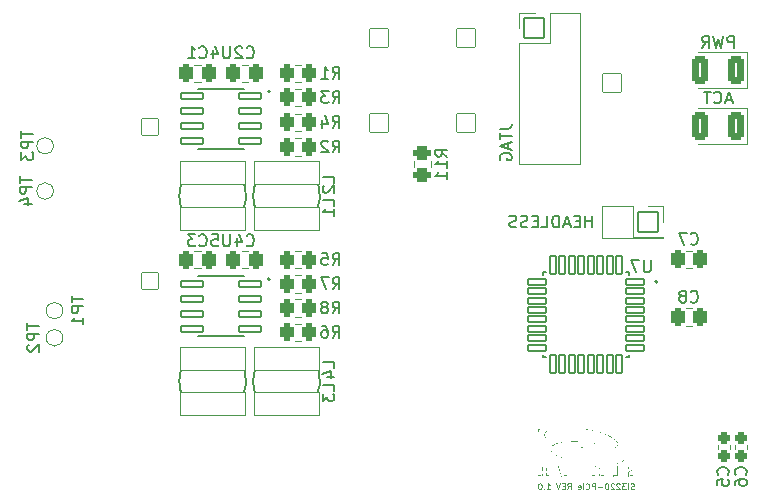
<source format=gbo>
G04 #@! TF.GenerationSoftware,KiCad,Pcbnew,6.0.9+dfsg-1*
G04 #@! TF.CreationDate,2023-01-25T21:24:40+01:00*
G04 #@! TF.ProjectId,siproslic,73697072-6f73-46c6-9963-2e6b69636164,rev?*
G04 #@! TF.SameCoordinates,Original*
G04 #@! TF.FileFunction,Legend,Bot*
G04 #@! TF.FilePolarity,Positive*
%FSLAX46Y46*%
G04 Gerber Fmt 4.6, Leading zero omitted, Abs format (unit mm)*
G04 Created by KiCad (PCBNEW 6.0.9+dfsg-1) date 2023-01-25 21:24:40*
%MOMM*%
%LPD*%
G01*
G04 APERTURE LIST*
G04 Aperture macros list*
%AMRoundRect*
0 Rectangle with rounded corners*
0 $1 Rounding radius*
0 $2 $3 $4 $5 $6 $7 $8 $9 X,Y pos of 4 corners*
0 Add a 4 corners polygon primitive as box body*
4,1,4,$2,$3,$4,$5,$6,$7,$8,$9,$2,$3,0*
0 Add four circle primitives for the rounded corners*
1,1,$1+$1,$2,$3*
1,1,$1+$1,$4,$5*
1,1,$1+$1,$6,$7*
1,1,$1+$1,$8,$9*
0 Add four rect primitives between the rounded corners*
20,1,$1+$1,$2,$3,$4,$5,0*
20,1,$1+$1,$4,$5,$6,$7,0*
20,1,$1+$1,$6,$7,$8,$9,0*
20,1,$1+$1,$8,$9,$2,$3,0*%
G04 Aperture macros list end*
%ADD10C,0.126000*%
%ADD11C,0.150000*%
%ADD12C,0.120000*%
%ADD13C,0.200000*%
%ADD14C,0.127000*%
%ADD15C,0.152000*%
%ADD16C,3.302000*%
%ADD17RoundRect,0.269750X0.256250X-0.218750X0.256250X0.218750X-0.256250X0.218750X-0.256250X-0.218750X0*%
%ADD18RoundRect,0.269750X-0.256250X0.218750X-0.256250X-0.218750X0.256250X-0.218750X0.256250X0.218750X0*%
%ADD19RoundRect,0.051000X-0.850000X-0.850000X0.850000X-0.850000X0.850000X0.850000X-0.850000X0.850000X0*%
%ADD20O,1.802000X1.802000*%
%ADD21C,1.802000*%
%ADD22RoundRect,0.301000X0.450000X-0.262500X0.450000X0.262500X-0.450000X0.262500X-0.450000X-0.262500X0*%
%ADD23C,1.702000*%
%ADD24RoundRect,0.051000X-0.800000X0.800000X-0.800000X-0.800000X0.800000X-0.800000X0.800000X0.800000X0*%
%ADD25RoundRect,0.088800X0.232200X-0.742200X0.232200X0.742200X-0.232200X0.742200X-0.232200X-0.742200X0*%
%ADD26RoundRect,0.088800X0.742200X0.232200X-0.742200X0.232200X-0.742200X-0.232200X0.742200X-0.232200X0*%
%ADD27RoundRect,0.093000X0.943000X0.258000X-0.943000X0.258000X-0.943000X-0.258000X0.943000X-0.258000X0*%
%ADD28RoundRect,0.051000X-0.704000X0.704000X-0.704000X-0.704000X0.704000X-0.704000X0.704000X0.704000X0*%
%ADD29C,1.510000*%
%ADD30C,1.602000*%
%ADD31RoundRect,0.051000X0.800000X-0.800000X0.800000X0.800000X-0.800000X0.800000X-0.800000X-0.800000X0*%
%ADD32C,4.102000*%
%ADD33RoundRect,0.301000X-0.262500X-0.450000X0.262500X-0.450000X0.262500X0.450000X-0.262500X0.450000X0*%
%ADD34RoundRect,0.301000X-0.250000X-0.475000X0.250000X-0.475000X0.250000X0.475000X-0.250000X0.475000X0*%
%ADD35RoundRect,0.301000X0.250000X0.475000X-0.250000X0.475000X-0.250000X-0.475000X0.250000X-0.475000X0*%
%ADD36C,1.102000*%
%ADD37RoundRect,0.301000X0.412500X0.925000X-0.412500X0.925000X-0.412500X-0.925000X0.412500X-0.925000X0*%
%ADD38RoundRect,0.051000X0.850000X0.850000X-0.850000X0.850000X-0.850000X-0.850000X0.850000X-0.850000X0*%
%ADD39RoundRect,0.051000X2.750000X-1.000000X2.750000X1.000000X-2.750000X1.000000X-2.750000X-1.000000X0*%
G04 APERTURE END LIST*
D10*
X119281000Y-186679000D02*
X119209000Y-186703000D01*
X119089000Y-186703000D01*
X119041000Y-186679000D01*
X119017000Y-186655000D01*
X118993000Y-186607000D01*
X118993000Y-186559000D01*
X119017000Y-186511000D01*
X119041000Y-186487000D01*
X119089000Y-186463000D01*
X119185000Y-186439000D01*
X119233000Y-186415000D01*
X119257000Y-186391000D01*
X119281000Y-186343000D01*
X119281000Y-186295000D01*
X119257000Y-186247000D01*
X119233000Y-186223000D01*
X119185000Y-186199000D01*
X119065000Y-186199000D01*
X118993000Y-186223000D01*
X118777000Y-186703000D02*
X118777000Y-186367000D01*
X118777000Y-186199000D02*
X118801000Y-186223000D01*
X118777000Y-186247000D01*
X118753000Y-186223000D01*
X118777000Y-186199000D01*
X118777000Y-186247000D01*
X118585000Y-186199000D02*
X118273000Y-186199000D01*
X118441000Y-186391000D01*
X118369000Y-186391000D01*
X118321000Y-186415000D01*
X118297000Y-186439000D01*
X118273000Y-186487000D01*
X118273000Y-186607000D01*
X118297000Y-186655000D01*
X118321000Y-186679000D01*
X118369000Y-186703000D01*
X118513000Y-186703000D01*
X118561000Y-186679000D01*
X118585000Y-186655000D01*
X118081000Y-186247000D02*
X118057000Y-186223000D01*
X118009000Y-186199000D01*
X117889000Y-186199000D01*
X117841000Y-186223000D01*
X117817000Y-186247000D01*
X117793000Y-186295000D01*
X117793000Y-186343000D01*
X117817000Y-186415000D01*
X118105000Y-186703000D01*
X117793000Y-186703000D01*
X117601000Y-186247000D02*
X117577000Y-186223000D01*
X117529000Y-186199000D01*
X117409000Y-186199000D01*
X117361000Y-186223000D01*
X117337000Y-186247000D01*
X117313000Y-186295000D01*
X117313000Y-186343000D01*
X117337000Y-186415000D01*
X117625000Y-186703000D01*
X117313000Y-186703000D01*
X117001000Y-186199000D02*
X116953000Y-186199000D01*
X116905000Y-186223000D01*
X116881000Y-186247000D01*
X116857000Y-186295000D01*
X116833000Y-186391000D01*
X116833000Y-186511000D01*
X116857000Y-186607000D01*
X116881000Y-186655000D01*
X116905000Y-186679000D01*
X116953000Y-186703000D01*
X117001000Y-186703000D01*
X117049000Y-186679000D01*
X117073000Y-186655000D01*
X117097000Y-186607000D01*
X117121000Y-186511000D01*
X117121000Y-186391000D01*
X117097000Y-186295000D01*
X117073000Y-186247000D01*
X117049000Y-186223000D01*
X117001000Y-186199000D01*
X116617000Y-186511000D02*
X116233000Y-186511000D01*
X115993000Y-186703000D02*
X115993000Y-186199000D01*
X115801000Y-186199000D01*
X115753000Y-186223000D01*
X115729000Y-186247000D01*
X115705000Y-186295000D01*
X115705000Y-186367000D01*
X115729000Y-186415000D01*
X115753000Y-186439000D01*
X115801000Y-186463000D01*
X115993000Y-186463000D01*
X115201000Y-186655000D02*
X115225000Y-186679000D01*
X115297000Y-186703000D01*
X115345000Y-186703000D01*
X115417000Y-186679000D01*
X115465000Y-186631000D01*
X115489000Y-186583000D01*
X115513000Y-186487000D01*
X115513000Y-186415000D01*
X115489000Y-186319000D01*
X115465000Y-186271000D01*
X115417000Y-186223000D01*
X115345000Y-186199000D01*
X115297000Y-186199000D01*
X115225000Y-186223000D01*
X115201000Y-186247000D01*
X114985000Y-186703000D02*
X114985000Y-186199000D01*
X114553000Y-186679000D02*
X114601000Y-186703000D01*
X114697000Y-186703000D01*
X114745000Y-186679000D01*
X114769000Y-186631000D01*
X114769000Y-186439000D01*
X114745000Y-186391000D01*
X114697000Y-186367000D01*
X114601000Y-186367000D01*
X114553000Y-186391000D01*
X114529000Y-186439000D01*
X114529000Y-186487000D01*
X114769000Y-186535000D01*
X113641000Y-186703000D02*
X113809000Y-186463000D01*
X113929000Y-186703000D02*
X113929000Y-186199000D01*
X113737000Y-186199000D01*
X113689000Y-186223000D01*
X113665000Y-186247000D01*
X113641000Y-186295000D01*
X113641000Y-186367000D01*
X113665000Y-186415000D01*
X113689000Y-186439000D01*
X113737000Y-186463000D01*
X113929000Y-186463000D01*
X113425000Y-186439000D02*
X113257000Y-186439000D01*
X113185000Y-186703000D02*
X113425000Y-186703000D01*
X113425000Y-186199000D01*
X113185000Y-186199000D01*
X113041000Y-186199000D02*
X112873000Y-186703000D01*
X112705000Y-186199000D01*
X111889000Y-186703000D02*
X112177000Y-186703000D01*
X112033000Y-186703000D02*
X112033000Y-186199000D01*
X112081000Y-186271000D01*
X112129000Y-186319000D01*
X112177000Y-186343000D01*
X111673000Y-186655000D02*
X111649000Y-186679000D01*
X111673000Y-186703000D01*
X111697000Y-186679000D01*
X111673000Y-186655000D01*
X111673000Y-186703000D01*
X111337000Y-186199000D02*
X111289000Y-186199000D01*
X111241000Y-186223000D01*
X111217000Y-186247000D01*
X111193000Y-186295000D01*
X111169000Y-186391000D01*
X111169000Y-186511000D01*
X111193000Y-186607000D01*
X111217000Y-186655000D01*
X111241000Y-186679000D01*
X111289000Y-186703000D01*
X111337000Y-186703000D01*
X111385000Y-186679000D01*
X111409000Y-186655000D01*
X111433000Y-186607000D01*
X111457000Y-186511000D01*
X111457000Y-186391000D01*
X111433000Y-186295000D01*
X111409000Y-186247000D01*
X111385000Y-186223000D01*
X111337000Y-186199000D01*
D11*
X128732142Y-185458333D02*
X128779761Y-185410714D01*
X128827380Y-185267857D01*
X128827380Y-185172619D01*
X128779761Y-185029761D01*
X128684523Y-184934523D01*
X128589285Y-184886904D01*
X128398809Y-184839285D01*
X128255952Y-184839285D01*
X128065476Y-184886904D01*
X127970238Y-184934523D01*
X127875000Y-185029761D01*
X127827380Y-185172619D01*
X127827380Y-185267857D01*
X127875000Y-185410714D01*
X127922619Y-185458333D01*
X127827380Y-186315476D02*
X127827380Y-186125000D01*
X127875000Y-186029761D01*
X127922619Y-185982142D01*
X128065476Y-185886904D01*
X128255952Y-185839285D01*
X128636904Y-185839285D01*
X128732142Y-185886904D01*
X128779761Y-185934523D01*
X128827380Y-186029761D01*
X128827380Y-186220238D01*
X128779761Y-186315476D01*
X128732142Y-186363095D01*
X128636904Y-186410714D01*
X128398809Y-186410714D01*
X128303571Y-186363095D01*
X128255952Y-186315476D01*
X128208333Y-186220238D01*
X128208333Y-186029761D01*
X128255952Y-185934523D01*
X128303571Y-185886904D01*
X128398809Y-185839285D01*
X127232142Y-185458333D02*
X127279761Y-185410714D01*
X127327380Y-185267857D01*
X127327380Y-185172619D01*
X127279761Y-185029761D01*
X127184523Y-184934523D01*
X127089285Y-184886904D01*
X126898809Y-184839285D01*
X126755952Y-184839285D01*
X126565476Y-184886904D01*
X126470238Y-184934523D01*
X126375000Y-185029761D01*
X126327380Y-185172619D01*
X126327380Y-185267857D01*
X126375000Y-185410714D01*
X126422619Y-185458333D01*
X126327380Y-186363095D02*
X126327380Y-185886904D01*
X126803571Y-185839285D01*
X126755952Y-185886904D01*
X126708333Y-185982142D01*
X126708333Y-186220238D01*
X126755952Y-186315476D01*
X126803571Y-186363095D01*
X126898809Y-186410714D01*
X127136904Y-186410714D01*
X127232142Y-186363095D01*
X127279761Y-186315476D01*
X127327380Y-186220238D01*
X127327380Y-185982142D01*
X127279761Y-185886904D01*
X127232142Y-185839285D01*
X107927380Y-156175357D02*
X108641666Y-156175357D01*
X108784523Y-156127738D01*
X108879761Y-156032500D01*
X108927380Y-155889642D01*
X108927380Y-155794404D01*
X107927380Y-156508690D02*
X107927380Y-157080119D01*
X108927380Y-156794404D02*
X107927380Y-156794404D01*
X108641666Y-157365833D02*
X108641666Y-157842023D01*
X108927380Y-157270595D02*
X107927380Y-157603928D01*
X108927380Y-157937261D01*
X107975000Y-158794404D02*
X107927380Y-158699166D01*
X107927380Y-158556309D01*
X107975000Y-158413452D01*
X108070238Y-158318214D01*
X108165476Y-158270595D01*
X108355952Y-158222976D01*
X108498809Y-158222976D01*
X108689285Y-158270595D01*
X108784523Y-158318214D01*
X108879761Y-158413452D01*
X108927380Y-158556309D01*
X108927380Y-158651547D01*
X108879761Y-158794404D01*
X108832142Y-158842023D01*
X108498809Y-158842023D01*
X108498809Y-158651547D01*
X103477380Y-158532142D02*
X103001190Y-158198809D01*
X103477380Y-157960714D02*
X102477380Y-157960714D01*
X102477380Y-158341666D01*
X102525000Y-158436904D01*
X102572619Y-158484523D01*
X102667857Y-158532142D01*
X102810714Y-158532142D01*
X102905952Y-158484523D01*
X102953571Y-158436904D01*
X103001190Y-158341666D01*
X103001190Y-157960714D01*
X103477380Y-159484523D02*
X103477380Y-158913095D01*
X103477380Y-159198809D02*
X102477380Y-159198809D01*
X102620238Y-159103571D01*
X102715476Y-159008333D01*
X102763095Y-158913095D01*
X103477380Y-160436904D02*
X103477380Y-159865476D01*
X103477380Y-160151190D02*
X102477380Y-160151190D01*
X102620238Y-160055952D01*
X102715476Y-159960714D01*
X102763095Y-159865476D01*
X120689404Y-167327380D02*
X120689404Y-168136904D01*
X120641785Y-168232142D01*
X120594166Y-168279761D01*
X120498928Y-168327380D01*
X120308452Y-168327380D01*
X120213214Y-168279761D01*
X120165595Y-168232142D01*
X120117976Y-168136904D01*
X120117976Y-167327380D01*
X119737023Y-167327380D02*
X119070357Y-167327380D01*
X119498928Y-168327380D01*
X85086904Y-165127380D02*
X85086904Y-165936904D01*
X85039285Y-166032142D01*
X84991666Y-166079761D01*
X84896428Y-166127380D01*
X84705952Y-166127380D01*
X84610714Y-166079761D01*
X84563095Y-166032142D01*
X84515476Y-165936904D01*
X84515476Y-165127380D01*
X83563095Y-165127380D02*
X84039285Y-165127380D01*
X84086904Y-165603571D01*
X84039285Y-165555952D01*
X83944047Y-165508333D01*
X83705952Y-165508333D01*
X83610714Y-165555952D01*
X83563095Y-165603571D01*
X83515476Y-165698809D01*
X83515476Y-165936904D01*
X83563095Y-166032142D01*
X83610714Y-166079761D01*
X83705952Y-166127380D01*
X83944047Y-166127380D01*
X84039285Y-166079761D01*
X84086904Y-166032142D01*
X85086904Y-149212380D02*
X85086904Y-150021904D01*
X85039285Y-150117142D01*
X84991666Y-150164761D01*
X84896428Y-150212380D01*
X84705952Y-150212380D01*
X84610714Y-150164761D01*
X84563095Y-150117142D01*
X84515476Y-150021904D01*
X84515476Y-149212380D01*
X83610714Y-149545714D02*
X83610714Y-150212380D01*
X83848809Y-149164761D02*
X84086904Y-149879047D01*
X83467857Y-149879047D01*
X93761667Y-171817381D02*
X94095001Y-171341191D01*
X94333096Y-171817381D02*
X94333096Y-170817381D01*
X93952143Y-170817381D01*
X93856905Y-170865001D01*
X93809286Y-170912620D01*
X93761667Y-171007858D01*
X93761667Y-171150715D01*
X93809286Y-171245953D01*
X93856905Y-171293572D01*
X93952143Y-171341191D01*
X94333096Y-171341191D01*
X93190239Y-171245953D02*
X93285477Y-171198334D01*
X93333096Y-171150715D01*
X93380715Y-171055477D01*
X93380715Y-171007858D01*
X93333096Y-170912620D01*
X93285477Y-170865001D01*
X93190239Y-170817381D01*
X92999762Y-170817381D01*
X92904524Y-170865001D01*
X92856905Y-170912620D01*
X92809286Y-171007858D01*
X92809286Y-171055477D01*
X92856905Y-171150715D01*
X92904524Y-171198334D01*
X92999762Y-171245953D01*
X93190239Y-171245953D01*
X93285477Y-171293572D01*
X93333096Y-171341191D01*
X93380715Y-171436429D01*
X93380715Y-171626905D01*
X93333096Y-171722143D01*
X93285477Y-171769762D01*
X93190239Y-171817381D01*
X92999762Y-171817381D01*
X92904524Y-171769762D01*
X92856905Y-171722143D01*
X92809286Y-171626905D01*
X92809286Y-171436429D01*
X92856905Y-171341191D01*
X92904524Y-171293572D01*
X92999762Y-171245953D01*
X93761667Y-167717381D02*
X94095001Y-167241191D01*
X94333096Y-167717381D02*
X94333096Y-166717381D01*
X93952143Y-166717381D01*
X93856905Y-166765001D01*
X93809286Y-166812620D01*
X93761667Y-166907858D01*
X93761667Y-167050715D01*
X93809286Y-167145953D01*
X93856905Y-167193572D01*
X93952143Y-167241191D01*
X94333096Y-167241191D01*
X92856905Y-166717381D02*
X93333096Y-166717381D01*
X93380715Y-167193572D01*
X93333096Y-167145953D01*
X93237858Y-167098334D01*
X92999762Y-167098334D01*
X92904524Y-167145953D01*
X92856905Y-167193572D01*
X92809286Y-167288810D01*
X92809286Y-167526905D01*
X92856905Y-167622143D01*
X92904524Y-167669762D01*
X92999762Y-167717381D01*
X93237858Y-167717381D01*
X93333096Y-167669762D01*
X93380715Y-167622143D01*
X93761667Y-151932381D02*
X94095001Y-151456191D01*
X94333096Y-151932381D02*
X94333096Y-150932381D01*
X93952143Y-150932381D01*
X93856905Y-150980001D01*
X93809286Y-151027620D01*
X93761667Y-151122858D01*
X93761667Y-151265715D01*
X93809286Y-151360953D01*
X93856905Y-151408572D01*
X93952143Y-151456191D01*
X94333096Y-151456191D01*
X92809286Y-151932381D02*
X93380715Y-151932381D01*
X93095001Y-151932381D02*
X93095001Y-150932381D01*
X93190239Y-151075239D01*
X93285477Y-151170477D01*
X93380715Y-151218096D01*
X82491666Y-166032142D02*
X82539285Y-166079761D01*
X82682142Y-166127380D01*
X82777380Y-166127380D01*
X82920238Y-166079761D01*
X83015476Y-165984523D01*
X83063095Y-165889285D01*
X83110714Y-165698809D01*
X83110714Y-165555952D01*
X83063095Y-165365476D01*
X83015476Y-165270238D01*
X82920238Y-165175000D01*
X82777380Y-165127380D01*
X82682142Y-165127380D01*
X82539285Y-165175000D01*
X82491666Y-165222619D01*
X82158333Y-165127380D02*
X81539285Y-165127380D01*
X81872619Y-165508333D01*
X81729761Y-165508333D01*
X81634523Y-165555952D01*
X81586904Y-165603571D01*
X81539285Y-165698809D01*
X81539285Y-165936904D01*
X81586904Y-166032142D01*
X81634523Y-166079761D01*
X81729761Y-166127380D01*
X82015476Y-166127380D01*
X82110714Y-166079761D01*
X82158333Y-166032142D01*
X93761667Y-156082381D02*
X94095001Y-155606191D01*
X94333096Y-156082381D02*
X94333096Y-155082381D01*
X93952143Y-155082381D01*
X93856905Y-155130001D01*
X93809286Y-155177620D01*
X93761667Y-155272858D01*
X93761667Y-155415715D01*
X93809286Y-155510953D01*
X93856905Y-155558572D01*
X93952143Y-155606191D01*
X94333096Y-155606191D01*
X92904524Y-155415715D02*
X92904524Y-156082381D01*
X93142620Y-155034762D02*
X93380715Y-155749048D01*
X92761667Y-155749048D01*
X93761667Y-153982381D02*
X94095001Y-153506191D01*
X94333096Y-153982381D02*
X94333096Y-152982381D01*
X93952143Y-152982381D01*
X93856905Y-153030001D01*
X93809286Y-153077620D01*
X93761667Y-153172858D01*
X93761667Y-153315715D01*
X93809286Y-153410953D01*
X93856905Y-153458572D01*
X93952143Y-153506191D01*
X94333096Y-153506191D01*
X93428334Y-152982381D02*
X92809286Y-152982381D01*
X93142620Y-153363334D01*
X92999762Y-153363334D01*
X92904524Y-153410953D01*
X92856905Y-153458572D01*
X92809286Y-153553810D01*
X92809286Y-153791905D01*
X92856905Y-153887143D01*
X92904524Y-153934762D01*
X92999762Y-153982381D01*
X93285477Y-153982381D01*
X93380715Y-153934762D01*
X93428334Y-153887143D01*
X86491666Y-150117142D02*
X86539285Y-150164761D01*
X86682142Y-150212380D01*
X86777380Y-150212380D01*
X86920238Y-150164761D01*
X87015476Y-150069523D01*
X87063095Y-149974285D01*
X87110714Y-149783809D01*
X87110714Y-149640952D01*
X87063095Y-149450476D01*
X87015476Y-149355238D01*
X86920238Y-149260000D01*
X86777380Y-149212380D01*
X86682142Y-149212380D01*
X86539285Y-149260000D01*
X86491666Y-149307619D01*
X86110714Y-149307619D02*
X86063095Y-149260000D01*
X85967857Y-149212380D01*
X85729761Y-149212380D01*
X85634523Y-149260000D01*
X85586904Y-149307619D01*
X85539285Y-149402857D01*
X85539285Y-149498095D01*
X85586904Y-149640952D01*
X86158333Y-150212380D01*
X85539285Y-150212380D01*
X124091666Y-170802142D02*
X124139285Y-170849761D01*
X124282142Y-170897380D01*
X124377380Y-170897380D01*
X124520238Y-170849761D01*
X124615476Y-170754523D01*
X124663095Y-170659285D01*
X124710714Y-170468809D01*
X124710714Y-170325952D01*
X124663095Y-170135476D01*
X124615476Y-170040238D01*
X124520238Y-169945000D01*
X124377380Y-169897380D01*
X124282142Y-169897380D01*
X124139285Y-169945000D01*
X124091666Y-169992619D01*
X123520238Y-170325952D02*
X123615476Y-170278333D01*
X123663095Y-170230714D01*
X123710714Y-170135476D01*
X123710714Y-170087857D01*
X123663095Y-169992619D01*
X123615476Y-169945000D01*
X123520238Y-169897380D01*
X123329761Y-169897380D01*
X123234523Y-169945000D01*
X123186904Y-169992619D01*
X123139285Y-170087857D01*
X123139285Y-170135476D01*
X123186904Y-170230714D01*
X123234523Y-170278333D01*
X123329761Y-170325952D01*
X123520238Y-170325952D01*
X123615476Y-170373571D01*
X123663095Y-170421190D01*
X123710714Y-170516428D01*
X123710714Y-170706904D01*
X123663095Y-170802142D01*
X123615476Y-170849761D01*
X123520238Y-170897380D01*
X123329761Y-170897380D01*
X123234523Y-170849761D01*
X123186904Y-170802142D01*
X123139285Y-170706904D01*
X123139285Y-170516428D01*
X123186904Y-170421190D01*
X123234523Y-170373571D01*
X123329761Y-170325952D01*
X67927380Y-172613095D02*
X67927380Y-173184523D01*
X68927380Y-172898809D02*
X67927380Y-172898809D01*
X68927380Y-173517857D02*
X67927380Y-173517857D01*
X67927380Y-173898809D01*
X67975000Y-173994047D01*
X68022619Y-174041666D01*
X68117857Y-174089285D01*
X68260714Y-174089285D01*
X68355952Y-174041666D01*
X68403571Y-173994047D01*
X68451190Y-173898809D01*
X68451190Y-173517857D01*
X68022619Y-174470238D02*
X67975000Y-174517857D01*
X67927380Y-174613095D01*
X67927380Y-174851190D01*
X67975000Y-174946428D01*
X68022619Y-174994047D01*
X68117857Y-175041666D01*
X68213095Y-175041666D01*
X68355952Y-174994047D01*
X68927380Y-174422619D01*
X68927380Y-175041666D01*
X93761667Y-158182381D02*
X94095001Y-157706191D01*
X94333096Y-158182381D02*
X94333096Y-157182381D01*
X93952143Y-157182381D01*
X93856905Y-157230001D01*
X93809286Y-157277620D01*
X93761667Y-157372858D01*
X93761667Y-157515715D01*
X93809286Y-157610953D01*
X93856905Y-157658572D01*
X93952143Y-157706191D01*
X94333096Y-157706191D01*
X93380715Y-157277620D02*
X93333096Y-157230001D01*
X93237858Y-157182381D01*
X92999762Y-157182381D01*
X92904524Y-157230001D01*
X92856905Y-157277620D01*
X92809286Y-157372858D01*
X92809286Y-157468096D01*
X92856905Y-157610953D01*
X93428334Y-158182381D01*
X92809286Y-158182381D01*
X127544047Y-153741666D02*
X127067857Y-153741666D01*
X127639285Y-154027380D02*
X127305952Y-153027380D01*
X126972619Y-154027380D01*
X126067857Y-153932142D02*
X126115476Y-153979761D01*
X126258333Y-154027380D01*
X126353571Y-154027380D01*
X126496428Y-153979761D01*
X126591666Y-153884523D01*
X126639285Y-153789285D01*
X126686904Y-153598809D01*
X126686904Y-153455952D01*
X126639285Y-153265476D01*
X126591666Y-153170238D01*
X126496428Y-153075000D01*
X126353571Y-153027380D01*
X126258333Y-153027380D01*
X126115476Y-153075000D01*
X126067857Y-153122619D01*
X125782142Y-153027380D02*
X125210714Y-153027380D01*
X125496428Y-154027380D02*
X125496428Y-153027380D01*
X115739404Y-164527380D02*
X115739404Y-163527380D01*
X115739404Y-164003571D02*
X115167976Y-164003571D01*
X115167976Y-164527380D02*
X115167976Y-163527380D01*
X114691785Y-164003571D02*
X114358452Y-164003571D01*
X114215595Y-164527380D02*
X114691785Y-164527380D01*
X114691785Y-163527380D01*
X114215595Y-163527380D01*
X113834642Y-164241666D02*
X113358452Y-164241666D01*
X113929880Y-164527380D02*
X113596547Y-163527380D01*
X113263214Y-164527380D01*
X112929880Y-164527380D02*
X112929880Y-163527380D01*
X112691785Y-163527380D01*
X112548928Y-163575000D01*
X112453690Y-163670238D01*
X112406071Y-163765476D01*
X112358452Y-163955952D01*
X112358452Y-164098809D01*
X112406071Y-164289285D01*
X112453690Y-164384523D01*
X112548928Y-164479761D01*
X112691785Y-164527380D01*
X112929880Y-164527380D01*
X111453690Y-164527380D02*
X111929880Y-164527380D01*
X111929880Y-163527380D01*
X111120357Y-164003571D02*
X110787023Y-164003571D01*
X110644166Y-164527380D02*
X111120357Y-164527380D01*
X111120357Y-163527380D01*
X110644166Y-163527380D01*
X110263214Y-164479761D02*
X110120357Y-164527380D01*
X109882261Y-164527380D01*
X109787023Y-164479761D01*
X109739404Y-164432142D01*
X109691785Y-164336904D01*
X109691785Y-164241666D01*
X109739404Y-164146428D01*
X109787023Y-164098809D01*
X109882261Y-164051190D01*
X110072738Y-164003571D01*
X110167976Y-163955952D01*
X110215595Y-163908333D01*
X110263214Y-163813095D01*
X110263214Y-163717857D01*
X110215595Y-163622619D01*
X110167976Y-163575000D01*
X110072738Y-163527380D01*
X109834642Y-163527380D01*
X109691785Y-163575000D01*
X109310833Y-164479761D02*
X109167976Y-164527380D01*
X108929880Y-164527380D01*
X108834642Y-164479761D01*
X108787023Y-164432142D01*
X108739404Y-164336904D01*
X108739404Y-164241666D01*
X108787023Y-164146428D01*
X108834642Y-164098809D01*
X108929880Y-164051190D01*
X109120357Y-164003571D01*
X109215595Y-163955952D01*
X109263214Y-163908333D01*
X109310833Y-163813095D01*
X109310833Y-163717857D01*
X109263214Y-163622619D01*
X109215595Y-163575000D01*
X109120357Y-163527380D01*
X108882261Y-163527380D01*
X108739404Y-163575000D01*
X93927380Y-160729880D02*
X93927380Y-160253690D01*
X92927380Y-160253690D01*
X93022619Y-161015595D02*
X92975000Y-161063214D01*
X92927380Y-161158452D01*
X92927380Y-161396547D01*
X92975000Y-161491785D01*
X93022619Y-161539404D01*
X93117857Y-161587023D01*
X93213095Y-161587023D01*
X93355952Y-161539404D01*
X93927380Y-160967976D01*
X93927380Y-161587023D01*
X93761667Y-173867381D02*
X94095001Y-173391191D01*
X94333096Y-173867381D02*
X94333096Y-172867381D01*
X93952143Y-172867381D01*
X93856905Y-172915001D01*
X93809286Y-172962620D01*
X93761667Y-173057858D01*
X93761667Y-173200715D01*
X93809286Y-173295953D01*
X93856905Y-173343572D01*
X93952143Y-173391191D01*
X94333096Y-173391191D01*
X92904524Y-172867381D02*
X93095001Y-172867381D01*
X93190239Y-172915001D01*
X93237858Y-172962620D01*
X93333096Y-173105477D01*
X93380715Y-173295953D01*
X93380715Y-173676905D01*
X93333096Y-173772143D01*
X93285477Y-173819762D01*
X93190239Y-173867381D01*
X92999762Y-173867381D01*
X92904524Y-173819762D01*
X92856905Y-173772143D01*
X92809286Y-173676905D01*
X92809286Y-173438810D01*
X92856905Y-173343572D01*
X92904524Y-173295953D01*
X92999762Y-173248334D01*
X93190239Y-173248334D01*
X93285477Y-173295953D01*
X93333096Y-173343572D01*
X93380715Y-173438810D01*
X86491666Y-166032142D02*
X86539285Y-166079761D01*
X86682142Y-166127380D01*
X86777380Y-166127380D01*
X86920238Y-166079761D01*
X87015476Y-165984523D01*
X87063095Y-165889285D01*
X87110714Y-165698809D01*
X87110714Y-165555952D01*
X87063095Y-165365476D01*
X87015476Y-165270238D01*
X86920238Y-165175000D01*
X86777380Y-165127380D01*
X86682142Y-165127380D01*
X86539285Y-165175000D01*
X86491666Y-165222619D01*
X85634523Y-165460714D02*
X85634523Y-166127380D01*
X85872619Y-165079761D02*
X86110714Y-165794047D01*
X85491666Y-165794047D01*
X82491666Y-150117142D02*
X82539285Y-150164761D01*
X82682142Y-150212380D01*
X82777380Y-150212380D01*
X82920238Y-150164761D01*
X83015476Y-150069523D01*
X83063095Y-149974285D01*
X83110714Y-149783809D01*
X83110714Y-149640952D01*
X83063095Y-149450476D01*
X83015476Y-149355238D01*
X82920238Y-149260000D01*
X82777380Y-149212380D01*
X82682142Y-149212380D01*
X82539285Y-149260000D01*
X82491666Y-149307619D01*
X81539285Y-150212380D02*
X82110714Y-150212380D01*
X81825000Y-150212380D02*
X81825000Y-149212380D01*
X81920238Y-149355238D01*
X82015476Y-149450476D01*
X82110714Y-149498095D01*
X67429380Y-156363095D02*
X67429380Y-156934523D01*
X68429380Y-156648809D02*
X67429380Y-156648809D01*
X68429380Y-157267857D02*
X67429380Y-157267857D01*
X67429380Y-157648809D01*
X67477000Y-157744047D01*
X67524619Y-157791666D01*
X67619857Y-157839285D01*
X67762714Y-157839285D01*
X67857952Y-157791666D01*
X67905571Y-157744047D01*
X67953190Y-157648809D01*
X67953190Y-157267857D01*
X67429380Y-158172619D02*
X67429380Y-158791666D01*
X67810333Y-158458333D01*
X67810333Y-158601190D01*
X67857952Y-158696428D01*
X67905571Y-158744047D01*
X68000809Y-158791666D01*
X68238904Y-158791666D01*
X68334142Y-158744047D01*
X68381761Y-158696428D01*
X68429380Y-158601190D01*
X68429380Y-158315476D01*
X68381761Y-158220238D01*
X68334142Y-158172619D01*
X67277380Y-160188095D02*
X67277380Y-160759523D01*
X68277380Y-160473809D02*
X67277380Y-160473809D01*
X68277380Y-161092857D02*
X67277380Y-161092857D01*
X67277380Y-161473809D01*
X67325000Y-161569047D01*
X67372619Y-161616666D01*
X67467857Y-161664285D01*
X67610714Y-161664285D01*
X67705952Y-161616666D01*
X67753571Y-161569047D01*
X67801190Y-161473809D01*
X67801190Y-161092857D01*
X67610714Y-162521428D02*
X68277380Y-162521428D01*
X67229761Y-162283333D02*
X67944047Y-162045238D01*
X67944047Y-162664285D01*
X124091666Y-165902142D02*
X124139285Y-165949761D01*
X124282142Y-165997380D01*
X124377380Y-165997380D01*
X124520238Y-165949761D01*
X124615476Y-165854523D01*
X124663095Y-165759285D01*
X124710714Y-165568809D01*
X124710714Y-165425952D01*
X124663095Y-165235476D01*
X124615476Y-165140238D01*
X124520238Y-165045000D01*
X124377380Y-164997380D01*
X124282142Y-164997380D01*
X124139285Y-165045000D01*
X124091666Y-165092619D01*
X123758333Y-164997380D02*
X123091666Y-164997380D01*
X123520238Y-165997380D01*
X71677380Y-170313095D02*
X71677380Y-170884523D01*
X72677380Y-170598809D02*
X71677380Y-170598809D01*
X72677380Y-171217857D02*
X71677380Y-171217857D01*
X71677380Y-171598809D01*
X71725000Y-171694047D01*
X71772619Y-171741666D01*
X71867857Y-171789285D01*
X72010714Y-171789285D01*
X72105952Y-171741666D01*
X72153571Y-171694047D01*
X72201190Y-171598809D01*
X72201190Y-171217857D01*
X72677380Y-172741666D02*
X72677380Y-172170238D01*
X72677380Y-172455952D02*
X71677380Y-172455952D01*
X71820238Y-172360714D01*
X71915476Y-172265476D01*
X71963095Y-172170238D01*
X93927380Y-162686785D02*
X93927380Y-162210595D01*
X92927380Y-162210595D01*
X93927380Y-163543928D02*
X93927380Y-162972500D01*
X93927380Y-163258214D02*
X92927380Y-163258214D01*
X93070238Y-163162976D01*
X93165476Y-163067738D01*
X93213095Y-162972500D01*
X93927380Y-176414880D02*
X93927380Y-175938690D01*
X92927380Y-175938690D01*
X93260714Y-177176785D02*
X93927380Y-177176785D01*
X92879761Y-176938690D02*
X93594047Y-176700595D01*
X93594047Y-177319642D01*
X127758333Y-149327380D02*
X127758333Y-148327380D01*
X127377380Y-148327380D01*
X127282142Y-148375000D01*
X127234523Y-148422619D01*
X127186904Y-148517857D01*
X127186904Y-148660714D01*
X127234523Y-148755952D01*
X127282142Y-148803571D01*
X127377380Y-148851190D01*
X127758333Y-148851190D01*
X126853571Y-148327380D02*
X126615476Y-149327380D01*
X126425000Y-148613095D01*
X126234523Y-149327380D01*
X125996428Y-148327380D01*
X125044047Y-149327380D02*
X125377380Y-148851190D01*
X125615476Y-149327380D02*
X125615476Y-148327380D01*
X125234523Y-148327380D01*
X125139285Y-148375000D01*
X125091666Y-148422619D01*
X125044047Y-148517857D01*
X125044047Y-148660714D01*
X125091666Y-148755952D01*
X125139285Y-148803571D01*
X125234523Y-148851190D01*
X125615476Y-148851190D01*
X93774167Y-169767381D02*
X94107501Y-169291191D01*
X94345596Y-169767381D02*
X94345596Y-168767381D01*
X93964643Y-168767381D01*
X93869405Y-168815001D01*
X93821786Y-168862620D01*
X93774167Y-168957858D01*
X93774167Y-169100715D01*
X93821786Y-169195953D01*
X93869405Y-169243572D01*
X93964643Y-169291191D01*
X94345596Y-169291191D01*
X93440834Y-168767381D02*
X92774167Y-168767381D01*
X93202739Y-169767381D01*
X93927380Y-178371785D02*
X93927380Y-177895595D01*
X92927380Y-177895595D01*
X92927380Y-178609880D02*
X92927380Y-179228928D01*
X93308333Y-178895595D01*
X93308333Y-179038452D01*
X93355952Y-179133690D01*
X93403571Y-179181309D01*
X93498809Y-179228928D01*
X93736904Y-179228928D01*
X93832142Y-179181309D01*
X93879761Y-179133690D01*
X93927380Y-179038452D01*
X93927380Y-178752738D01*
X93879761Y-178657500D01*
X93832142Y-178609880D01*
D12*
X127865000Y-183287779D02*
X127865000Y-182962221D01*
X128885000Y-183287779D02*
X128885000Y-182962221D01*
X126365000Y-182962221D02*
X126365000Y-183287779D01*
X127385000Y-182962221D02*
X127385000Y-183287779D01*
X109540000Y-147685000D02*
X109540000Y-146355000D01*
X109540000Y-148955000D02*
X109540000Y-159175000D01*
X112140000Y-146355000D02*
X114740000Y-146355000D01*
X109540000Y-148955000D02*
X112140000Y-148955000D01*
X109540000Y-146355000D02*
X110870000Y-146355000D01*
X112140000Y-148955000D02*
X112140000Y-146355000D01*
X109540000Y-159175000D02*
X114740000Y-159175000D01*
X114740000Y-146355000D02*
X114740000Y-159175000D01*
X102110000Y-159402064D02*
X102110000Y-158947936D01*
X100640000Y-159402064D02*
X100640000Y-158947936D01*
D13*
X121262500Y-169125000D02*
G75*
G03*
X121262500Y-169125000I-100000J0D01*
G01*
D14*
X118822500Y-168325000D02*
X118822500Y-168535000D01*
X111622500Y-168325000D02*
X111832500Y-168325000D01*
X111622500Y-175525000D02*
X111832500Y-175525000D01*
X118822500Y-175525000D02*
X118822500Y-175315000D01*
X111622500Y-175525000D02*
X111622500Y-175315000D01*
X118822500Y-168325000D02*
X118612500Y-168325000D01*
X111622500Y-168325000D02*
X111622500Y-168535000D01*
X118822500Y-175525000D02*
X118612500Y-175525000D01*
X86275000Y-168685000D02*
X82375000Y-168685000D01*
X86275000Y-173735000D02*
X82375000Y-173735000D01*
D13*
X88465000Y-168905000D02*
G75*
G03*
X88465000Y-168905000I-100000J0D01*
G01*
D14*
X86275000Y-152800000D02*
X82375000Y-152800000D01*
X86275000Y-157850000D02*
X82375000Y-157850000D01*
D13*
X88465000Y-153020000D02*
G75*
G03*
X88465000Y-153020000I-100000J0D01*
G01*
G36*
X113794933Y-185665466D02*
G01*
X113337733Y-185665466D01*
X113337733Y-185521533D01*
X113667933Y-185521533D01*
X113667933Y-184734133D01*
X113794933Y-184734133D01*
X113794933Y-185665466D01*
G37*
G36*
X119262205Y-184756280D02*
G01*
X119266196Y-184759353D01*
X119288226Y-184778345D01*
X119303836Y-184797691D01*
X119314103Y-184820699D01*
X119320106Y-184850680D01*
X119322924Y-184890944D01*
X119323635Y-184944800D01*
X119323607Y-184961997D01*
X119322669Y-185005812D01*
X119319212Y-185041539D01*
X119311645Y-185071109D01*
X119298377Y-185096455D01*
X119277817Y-185119506D01*
X119248374Y-185142196D01*
X119208457Y-185166455D01*
X119156473Y-185194216D01*
X119090834Y-185227409D01*
X119061119Y-185242558D01*
X119020150Y-185264371D01*
X118985579Y-185283872D01*
X118960357Y-185299376D01*
X118947434Y-185309201D01*
X118942199Y-185316093D01*
X118936295Y-185329619D01*
X118932240Y-185349936D01*
X118929444Y-185380425D01*
X118927318Y-185424466D01*
X118923603Y-185521533D01*
X119188200Y-185521533D01*
X119188200Y-185394533D01*
X119323667Y-185394533D01*
X119323667Y-185466771D01*
X119322025Y-185510759D01*
X119313624Y-185560584D01*
X119297055Y-185598732D01*
X119271156Y-185627590D01*
X119234767Y-185649543D01*
X119223466Y-185654135D01*
X119206305Y-185658785D01*
X119184102Y-185661961D01*
X119153885Y-185663926D01*
X119112683Y-185664945D01*
X119057523Y-185665280D01*
X119007043Y-185664920D01*
X118953332Y-185662755D01*
X118912013Y-185658015D01*
X118880534Y-185649990D01*
X118856340Y-185637968D01*
X118836877Y-185621240D01*
X118819590Y-185599095D01*
X118818606Y-185597643D01*
X118811430Y-185586224D01*
X118806229Y-185574602D01*
X118802686Y-185559989D01*
X118800486Y-185539595D01*
X118799310Y-185510633D01*
X118798842Y-185470314D01*
X118798765Y-185415851D01*
X118798765Y-185415706D01*
X118798718Y-185359601D01*
X118799590Y-185314717D01*
X118802936Y-185278915D01*
X118810311Y-185250058D01*
X118823269Y-185226006D01*
X118843364Y-185204622D01*
X118872153Y-185183767D01*
X118911188Y-185161302D01*
X118962025Y-185135090D01*
X119026219Y-185102991D01*
X119057220Y-185087223D01*
X119098326Y-185065533D01*
X119133011Y-185046321D01*
X119158339Y-185031228D01*
X119171373Y-185021893D01*
X119171979Y-185021280D01*
X119180261Y-185010003D01*
X119185198Y-184994326D01*
X119187581Y-184970081D01*
X119188200Y-184933099D01*
X119188200Y-184861133D01*
X118944783Y-184861133D01*
X118939492Y-184887591D01*
X118935903Y-184913157D01*
X118934200Y-184942624D01*
X118934200Y-184971199D01*
X118796426Y-184971199D01*
X118800525Y-184892837D01*
X118803662Y-184853725D01*
X118810094Y-184813596D01*
X118818755Y-184787147D01*
X118827443Y-184772078D01*
X118838439Y-184759057D01*
X118853042Y-184749390D01*
X118873471Y-184742585D01*
X118901948Y-184738149D01*
X118940692Y-184735589D01*
X118991924Y-184734415D01*
X119057864Y-184734133D01*
X119233168Y-184734133D01*
X119262205Y-184756280D01*
G37*
G36*
X111267634Y-181855466D02*
G01*
X111259139Y-181855065D01*
X111250655Y-181850791D01*
X111247153Y-181838257D01*
X111246467Y-181813133D01*
X111246268Y-181796222D01*
X111244138Y-181779212D01*
X111237890Y-181772181D01*
X111225365Y-181770800D01*
X111211442Y-181774028D01*
X111195676Y-181787120D01*
X111176682Y-181812981D01*
X111174246Y-181816674D01*
X111156628Y-181840221D01*
X111141782Y-181852022D01*
X111125817Y-181855314D01*
X111109852Y-181854148D01*
X111102533Y-181850826D01*
X111105889Y-181843407D01*
X111116245Y-181825436D01*
X111131161Y-181801434D01*
X111133578Y-181797650D01*
X111147739Y-181774539D01*
X111153553Y-181761017D01*
X111151951Y-181753082D01*
X111143861Y-181746736D01*
X111133336Y-181735037D01*
X111128089Y-181708490D01*
X111155984Y-181708490D01*
X111161800Y-181724233D01*
X111162798Y-181725318D01*
X111180725Y-181733797D01*
X111209404Y-181736933D01*
X111222098Y-181736819D01*
X111238740Y-181734672D01*
X111245311Y-181727307D01*
X111246467Y-181711533D01*
X111246300Y-181702833D01*
X111243167Y-181691428D01*
X111232420Y-181686925D01*
X111209404Y-181686133D01*
X111186878Y-181687975D01*
X111165016Y-181695865D01*
X111155984Y-181708490D01*
X111128089Y-181708490D01*
X111127934Y-181707708D01*
X111128477Y-181697350D01*
X111135795Y-181675880D01*
X111153297Y-181661986D01*
X111183065Y-181654502D01*
X111227184Y-181652266D01*
X111288800Y-181652266D01*
X111288800Y-181855466D01*
X111267634Y-181855466D01*
G37*
G36*
X111378147Y-181787817D02*
G01*
X111362404Y-181838921D01*
X111332787Y-181880457D01*
X111289585Y-181911966D01*
X111276472Y-181918291D01*
X111241807Y-181928629D01*
X111199525Y-181931666D01*
X111184263Y-181931469D01*
X111155871Y-181928569D01*
X111132575Y-181920276D01*
X111106090Y-181904149D01*
X111098153Y-181898477D01*
X111061261Y-181861330D01*
X111037002Y-181817048D01*
X111025755Y-181768803D01*
X111027350Y-181732225D01*
X111062302Y-181732225D01*
X111063170Y-181777538D01*
X111076585Y-181820858D01*
X111101388Y-181858083D01*
X111136417Y-181885108D01*
X111137076Y-181885441D01*
X111162253Y-181892855D01*
X111195682Y-181896667D01*
X111229273Y-181896429D01*
X111254934Y-181891691D01*
X111287895Y-181872906D01*
X111319199Y-181839921D01*
X111340319Y-181799244D01*
X111348067Y-181755535D01*
X111348067Y-181755263D01*
X111340168Y-181711384D01*
X111318753Y-181671746D01*
X111286940Y-181639515D01*
X111247848Y-181617856D01*
X111204596Y-181609933D01*
X111184364Y-181611809D01*
X111142899Y-181625723D01*
X111105711Y-181650258D01*
X111078935Y-181681900D01*
X111075143Y-181689022D01*
X111062302Y-181732225D01*
X111027350Y-181732225D01*
X111027893Y-181719767D01*
X111043793Y-181673110D01*
X111073831Y-181632004D01*
X111102949Y-181607862D01*
X111149892Y-181584966D01*
X111199263Y-181576727D01*
X111248344Y-181582688D01*
X111294417Y-181602391D01*
X111334766Y-181635381D01*
X111366672Y-181681202D01*
X111376128Y-181703879D01*
X111380852Y-181731346D01*
X111380501Y-181755535D01*
X111380323Y-181767811D01*
X111378147Y-181787817D01*
G37*
G36*
X118468534Y-185657000D02*
G01*
X118333067Y-185657000D01*
X118333067Y-184734133D01*
X118468534Y-184734133D01*
X118468534Y-185657000D01*
G37*
G36*
X118002867Y-185665466D02*
G01*
X117545667Y-185665466D01*
X117545667Y-185521533D01*
X117875867Y-185521533D01*
X117875867Y-184734133D01*
X118002867Y-184734133D01*
X118002867Y-185665466D01*
G37*
G36*
X115136881Y-181605176D02*
G01*
X115174185Y-181609711D01*
X115228184Y-181616985D01*
X115298880Y-181627027D01*
X115534189Y-181663210D01*
X115920237Y-181732374D01*
X116292864Y-181811785D01*
X116652115Y-181901456D01*
X116998037Y-182001399D01*
X117330678Y-182111628D01*
X117650083Y-182232155D01*
X117956300Y-182362994D01*
X117986748Y-182376905D01*
X118176638Y-182468075D01*
X118353756Y-182560965D01*
X118517411Y-182655143D01*
X118666913Y-182750172D01*
X118801575Y-182845618D01*
X118920705Y-182941047D01*
X119023615Y-183036023D01*
X119081509Y-183097176D01*
X119159162Y-183192492D01*
X119221875Y-183287817D01*
X119269449Y-183382518D01*
X119301681Y-183475962D01*
X119318372Y-183567513D01*
X119319321Y-183656539D01*
X119304327Y-183742404D01*
X119273190Y-183824476D01*
X119240371Y-183881828D01*
X119186549Y-183954436D01*
X119120797Y-184025733D01*
X119045676Y-184092993D01*
X118963749Y-184153493D01*
X118924522Y-184177984D01*
X118863798Y-184212114D01*
X118795087Y-184247552D01*
X118722920Y-184282067D01*
X118651827Y-184313428D01*
X118586337Y-184339403D01*
X118500817Y-184368807D01*
X118391576Y-184401884D01*
X118272537Y-184433904D01*
X118147476Y-184463916D01*
X118020169Y-184490965D01*
X117894390Y-184514099D01*
X117850072Y-184521410D01*
X117817689Y-184526191D01*
X117799446Y-184527795D01*
X117795676Y-184525891D01*
X117806709Y-184520148D01*
X117832876Y-184510236D01*
X117874509Y-184495823D01*
X117931937Y-184476580D01*
X118025705Y-184443475D01*
X118129773Y-184400888D01*
X118217586Y-184357430D01*
X118289516Y-184312891D01*
X118345939Y-184267058D01*
X118387229Y-184219721D01*
X118398923Y-184201114D01*
X118410673Y-184170866D01*
X118416110Y-184132787D01*
X118414345Y-184089804D01*
X118397649Y-184034272D01*
X118365306Y-183981025D01*
X118318044Y-183931556D01*
X118272739Y-183894393D01*
X118216935Y-183851721D01*
X118154907Y-183806589D01*
X118090877Y-183762001D01*
X118029067Y-183720964D01*
X117973701Y-183686483D01*
X117953043Y-183674380D01*
X117908987Y-183649576D01*
X117862906Y-183624730D01*
X117817591Y-183601243D01*
X117775834Y-183580517D01*
X117740424Y-183563954D01*
X117714154Y-183552954D01*
X117699814Y-183548921D01*
X117699176Y-183548980D01*
X117686483Y-183551506D01*
X117659900Y-183557387D01*
X117621607Y-183566107D01*
X117573787Y-183577151D01*
X117518622Y-183590004D01*
X117458293Y-183604151D01*
X117394984Y-183619075D01*
X117330875Y-183634261D01*
X117268148Y-183649195D01*
X117208986Y-183663360D01*
X117155570Y-183676241D01*
X117110083Y-183687324D01*
X117074707Y-183696092D01*
X117051622Y-183702029D01*
X117019011Y-183710783D01*
X117093956Y-183765166D01*
X117134868Y-183796276D01*
X117169032Y-183826714D01*
X117191283Y-183853662D01*
X117203360Y-183879279D01*
X117207000Y-183905726D01*
X117206936Y-183911406D01*
X117203327Y-183941828D01*
X117192556Y-183969042D01*
X117172358Y-183997310D01*
X117140465Y-184030897D01*
X117085376Y-184076134D01*
X117011457Y-184120429D01*
X116923510Y-184160044D01*
X116822747Y-184194805D01*
X116710379Y-184224540D01*
X116587618Y-184249074D01*
X116455675Y-184268233D01*
X116315763Y-184281844D01*
X116169093Y-184289732D01*
X116016876Y-184291725D01*
X115860326Y-184287647D01*
X115700652Y-184277326D01*
X115539067Y-184260588D01*
X115376635Y-184238299D01*
X115168131Y-184202522D01*
X114971638Y-184160275D01*
X114787678Y-184111747D01*
X114616772Y-184057125D01*
X114459444Y-183996597D01*
X114316215Y-183930350D01*
X114187607Y-183858572D01*
X114074143Y-183781450D01*
X113976345Y-183699172D01*
X113922955Y-183640818D01*
X113883696Y-183580058D01*
X113859697Y-183518802D01*
X113851257Y-183458175D01*
X113858673Y-183399305D01*
X113882242Y-183343317D01*
X113885881Y-183337302D01*
X113927720Y-183284870D01*
X113985199Y-183235919D01*
X114057404Y-183190835D01*
X114143420Y-183150004D01*
X114242333Y-183113813D01*
X114353228Y-183082648D01*
X114475192Y-183056896D01*
X114607310Y-183036942D01*
X114618892Y-183035546D01*
X114661655Y-183030960D01*
X114710723Y-183026557D01*
X114767616Y-183022241D01*
X114833849Y-183017920D01*
X114910940Y-183013498D01*
X115000406Y-183008881D01*
X115103764Y-183003974D01*
X115222532Y-182998684D01*
X115331123Y-182993025D01*
X115439505Y-182984856D01*
X115534563Y-182974521D01*
X115618170Y-182961727D01*
X115692199Y-182946183D01*
X115758525Y-182927597D01*
X115819019Y-182905675D01*
X115847873Y-182893249D01*
X115881587Y-182877159D01*
X115911533Y-182861346D01*
X115934784Y-182847462D01*
X115948414Y-182837156D01*
X115949498Y-182832079D01*
X115947743Y-182831667D01*
X115932281Y-182828770D01*
X115903542Y-182823728D01*
X115864103Y-182816981D01*
X115816541Y-182808974D01*
X115763434Y-182800148D01*
X115658967Y-182783339D01*
X115326929Y-182736137D01*
X115006152Y-182700363D01*
X114695715Y-182675991D01*
X114394701Y-182662991D01*
X114102189Y-182661337D01*
X113817263Y-182670999D01*
X113539001Y-182691949D01*
X113266486Y-182724161D01*
X113211807Y-182732049D01*
X113076104Y-182753942D01*
X112955247Y-182777191D01*
X112847729Y-182802169D01*
X112752044Y-182829246D01*
X112666688Y-182858794D01*
X112590154Y-182891186D01*
X112584214Y-182893980D01*
X112488566Y-182944740D01*
X112409371Y-182998632D01*
X112346668Y-183055543D01*
X112300495Y-183115359D01*
X112270891Y-183177966D01*
X112257895Y-183243251D01*
X112261545Y-183311101D01*
X112281881Y-183381401D01*
X112318941Y-183454039D01*
X112372763Y-183528900D01*
X112378003Y-183535204D01*
X112439055Y-183599047D01*
X112515620Y-183664591D01*
X112606564Y-183731180D01*
X112710754Y-183798162D01*
X112827057Y-183864883D01*
X112954341Y-183930688D01*
X113091471Y-183994926D01*
X113237315Y-184056941D01*
X113390739Y-184116081D01*
X113395525Y-184117841D01*
X113432203Y-184131704D01*
X113461592Y-184143471D01*
X113480807Y-184151945D01*
X113486958Y-184155931D01*
X113485669Y-184155995D01*
X113471887Y-184152788D01*
X113444752Y-184145019D01*
X113406270Y-184133339D01*
X113358444Y-184118402D01*
X113303278Y-184100859D01*
X113242777Y-184081361D01*
X113178943Y-184060561D01*
X113113782Y-184039109D01*
X113049297Y-184017660D01*
X112987493Y-183996863D01*
X112930372Y-183977371D01*
X112879940Y-183959836D01*
X112838200Y-183944909D01*
X112657708Y-183876190D01*
X112409739Y-183771485D01*
X112172806Y-183658569D01*
X111944047Y-183536054D01*
X111720600Y-183402550D01*
X111667761Y-183368036D01*
X111583270Y-183308046D01*
X111499777Y-183243376D01*
X111420876Y-183176969D01*
X111350160Y-183111771D01*
X111291225Y-183050726D01*
X111273889Y-183031029D01*
X111193534Y-182929645D01*
X111129847Y-182830315D01*
X111082835Y-182733112D01*
X111052501Y-182638106D01*
X111038853Y-182545370D01*
X111041894Y-182454974D01*
X111061631Y-182366991D01*
X111098068Y-182281492D01*
X111151212Y-182198548D01*
X111221067Y-182118231D01*
X111222704Y-182116582D01*
X111312583Y-182036838D01*
X111418386Y-181962097D01*
X111539819Y-181892513D01*
X111676588Y-181828237D01*
X111828399Y-181769423D01*
X111994957Y-181716223D01*
X112013075Y-181711075D01*
X112043047Y-181703058D01*
X112064255Y-181698065D01*
X112072970Y-181697014D01*
X112070752Y-181699180D01*
X112056695Y-181707479D01*
X112032474Y-181720276D01*
X112001215Y-181735874D01*
X111939239Y-181769079D01*
X111863167Y-181820764D01*
X111802209Y-181876991D01*
X111756766Y-181937295D01*
X111727239Y-182001210D01*
X111714030Y-182068273D01*
X111713057Y-182084604D01*
X111713637Y-182115338D01*
X111719507Y-182141857D01*
X111732183Y-182172904D01*
X111733272Y-182175270D01*
X111765806Y-182234739D01*
X111805478Y-182286075D01*
X111854730Y-182331547D01*
X111916004Y-182373422D01*
X111991743Y-182413970D01*
X112010395Y-182422791D01*
X112033405Y-182432925D01*
X112058920Y-182443188D01*
X112088902Y-182454250D01*
X112125310Y-182466783D01*
X112170106Y-182481459D01*
X112225250Y-182498949D01*
X112292702Y-182519926D01*
X112374424Y-182545060D01*
X112473681Y-182575484D01*
X112607257Y-182554597D01*
X112639222Y-182549627D01*
X112694974Y-182541032D01*
X112760399Y-182531009D01*
X112831393Y-182520185D01*
X112903850Y-182509186D01*
X112973667Y-182498639D01*
X112981129Y-182497514D01*
X113041206Y-182488378D01*
X113095315Y-182480015D01*
X113141300Y-182472769D01*
X113177004Y-182466983D01*
X113200272Y-182463000D01*
X113208948Y-182461164D01*
X113203110Y-182456394D01*
X113185248Y-182445072D01*
X113158137Y-182428905D01*
X113124560Y-182409594D01*
X113066358Y-182374277D01*
X113009766Y-182332562D01*
X112968960Y-182291766D01*
X112943414Y-182251000D01*
X112932600Y-182209375D01*
X112935992Y-182166000D01*
X112953062Y-182119987D01*
X112954222Y-182117691D01*
X112990335Y-182064577D01*
X113041511Y-182015540D01*
X113106209Y-181971635D01*
X113182885Y-181933915D01*
X113270000Y-181903433D01*
X113407761Y-181867796D01*
X113602781Y-181830152D01*
X113804162Y-181805034D01*
X114010213Y-181792198D01*
X114219244Y-181791404D01*
X114429564Y-181802412D01*
X114639482Y-181824980D01*
X114847307Y-181858866D01*
X115051349Y-181903830D01*
X115249918Y-181959631D01*
X115441321Y-182026028D01*
X115623870Y-182102779D01*
X115795872Y-182189644D01*
X115955637Y-182286381D01*
X115990204Y-182309879D01*
X116078463Y-182376350D01*
X116150416Y-182441517D01*
X116206446Y-182505864D01*
X116246936Y-182569872D01*
X116272268Y-182634022D01*
X116282823Y-182698798D01*
X116283168Y-182708111D01*
X116279170Y-182761492D01*
X116263542Y-182810058D01*
X116234800Y-182857180D01*
X116191459Y-182906228D01*
X116167905Y-182928396D01*
X116136936Y-182952460D01*
X116100632Y-182974416D01*
X116053584Y-182997858D01*
X116003287Y-183020566D01*
X115934552Y-183048451D01*
X115865945Y-183072087D01*
X115795337Y-183091860D01*
X115720601Y-183108156D01*
X115639609Y-183121362D01*
X115550233Y-183131865D01*
X115450347Y-183140051D01*
X115337822Y-183146307D01*
X115210531Y-183151019D01*
X115099288Y-183154622D01*
X114968969Y-183159719D01*
X114853167Y-183165454D01*
X114750521Y-183172001D01*
X114659666Y-183179532D01*
X114579242Y-183188220D01*
X114507885Y-183198239D01*
X114444234Y-183209761D01*
X114386926Y-183222959D01*
X114334598Y-183238007D01*
X114285888Y-183255077D01*
X114239433Y-183274343D01*
X114205567Y-183289450D01*
X114260600Y-183300223D01*
X114319217Y-183311152D01*
X114415506Y-183327413D01*
X114523174Y-183343966D01*
X114638965Y-183360387D01*
X114759623Y-183376253D01*
X114881892Y-183391141D01*
X115002515Y-183404628D01*
X115118236Y-183416290D01*
X115225800Y-183425704D01*
X115355029Y-183435088D01*
X115630270Y-183449294D01*
X115905683Y-183455885D01*
X116177449Y-183454851D01*
X116441750Y-183446181D01*
X116694767Y-183429865D01*
X116759821Y-183423744D01*
X116877951Y-183408949D01*
X116997937Y-183389610D01*
X117117096Y-183366362D01*
X117232742Y-183339841D01*
X117342192Y-183310685D01*
X117442761Y-183279528D01*
X117531766Y-183247008D01*
X117606521Y-183213760D01*
X117633516Y-183199885D01*
X117715356Y-183152007D01*
X117781224Y-183102980D01*
X117831861Y-183051955D01*
X117868013Y-182998081D01*
X117890422Y-182940509D01*
X117899832Y-182878388D01*
X117900026Y-182847116D01*
X117892578Y-182790487D01*
X117874034Y-182735109D01*
X117843349Y-182678845D01*
X117799474Y-182619561D01*
X117741363Y-182555121D01*
X117733366Y-182546917D01*
X117685134Y-182499983D01*
X117635575Y-182456601D01*
X117582615Y-182415406D01*
X117524183Y-182375031D01*
X117458207Y-182334110D01*
X117382616Y-182291277D01*
X117295338Y-182245166D01*
X117194300Y-182194412D01*
X117089348Y-182144207D01*
X116944969Y-182080129D01*
X116796818Y-182020232D01*
X116643431Y-181964090D01*
X116483348Y-181911275D01*
X116315106Y-181861360D01*
X116137244Y-181813915D01*
X115948299Y-181768514D01*
X115746811Y-181724729D01*
X115531315Y-181682132D01*
X115300352Y-181640296D01*
X115263455Y-181633834D01*
X115200662Y-181622552D01*
X115154543Y-181613833D01*
X115125103Y-181607707D01*
X115112343Y-181604203D01*
X115116268Y-181603349D01*
X115136881Y-181605176D01*
G37*
G36*
X116089042Y-185559707D02*
G01*
X116086258Y-185574721D01*
X116081121Y-185585324D01*
X116051858Y-185622348D01*
X116008967Y-185652152D01*
X116005192Y-185653941D01*
X115990205Y-185658584D01*
X115968568Y-185661854D01*
X115937711Y-185663949D01*
X115895067Y-185665069D01*
X115838068Y-185665414D01*
X115787575Y-185665190D01*
X115739211Y-185663973D01*
X115702754Y-185661233D01*
X115675446Y-185656454D01*
X115654532Y-185649117D01*
X115637256Y-185638709D01*
X115620861Y-185624711D01*
X115610959Y-185615303D01*
X115601324Y-185605204D01*
X115593471Y-185594400D01*
X115587218Y-185581269D01*
X115582382Y-185564187D01*
X115578783Y-185541532D01*
X115577077Y-185521533D01*
X115708400Y-185521533D01*
X115962400Y-185521533D01*
X115962400Y-184869599D01*
X115708400Y-184869599D01*
X115708400Y-185521533D01*
X115577077Y-185521533D01*
X115576237Y-185511680D01*
X115574562Y-185473010D01*
X115573576Y-185423898D01*
X115573098Y-185362721D01*
X115572944Y-185287856D01*
X115572934Y-185197681D01*
X115572934Y-184839122D01*
X115596144Y-184803327D01*
X115597753Y-184800866D01*
X115614230Y-184778675D01*
X115632185Y-184761950D01*
X115654188Y-184749942D01*
X115682811Y-184741904D01*
X115720625Y-184737088D01*
X115770202Y-184734747D01*
X115834112Y-184734133D01*
X115865777Y-184734246D01*
X115920530Y-184735266D01*
X115961107Y-184737447D01*
X115989355Y-184740913D01*
X116007122Y-184745790D01*
X116039494Y-184766056D01*
X116069254Y-184796462D01*
X116088862Y-184829934D01*
X116088934Y-184830131D01*
X116091599Y-184846238D01*
X116093824Y-184876871D01*
X116095617Y-184919785D01*
X116096985Y-184972732D01*
X116097936Y-185033466D01*
X116098479Y-185099739D01*
X116098620Y-185169304D01*
X116098369Y-185239915D01*
X116097732Y-185309325D01*
X116096717Y-185375286D01*
X116095333Y-185435551D01*
X116093587Y-185487875D01*
X116091910Y-185521533D01*
X116091488Y-185530009D01*
X116089042Y-185559707D01*
G37*
G36*
X111330704Y-184734150D02*
G01*
X111381668Y-184734371D01*
X111419562Y-184735038D01*
X111446905Y-184736389D01*
X111466214Y-184738661D01*
X111480009Y-184742092D01*
X111490808Y-184746921D01*
X111501130Y-184753384D01*
X111503283Y-184754877D01*
X111528126Y-184776545D01*
X111548949Y-184801203D01*
X111554268Y-184809568D01*
X111560564Y-184822831D01*
X111564622Y-184839093D01*
X111566923Y-184861837D01*
X111567945Y-184894545D01*
X111568169Y-184940702D01*
X111568135Y-184958010D01*
X111567232Y-185002046D01*
X111563890Y-185037896D01*
X111556521Y-185067530D01*
X111543536Y-185092918D01*
X111523346Y-185116027D01*
X111494363Y-185138828D01*
X111454997Y-185163290D01*
X111403662Y-185191382D01*
X111338767Y-185225073D01*
X111327871Y-185230694D01*
X111273980Y-185259106D01*
X111233752Y-185281628D01*
X111205685Y-185299186D01*
X111188274Y-185312711D01*
X111180017Y-185323130D01*
X111177260Y-185332796D01*
X111173654Y-185358637D01*
X111171183Y-185393621D01*
X111170267Y-185433031D01*
X111170267Y-185521533D01*
X111432734Y-185521533D01*
X111432734Y-185394533D01*
X111559734Y-185394533D01*
X111559734Y-185482181D01*
X111559533Y-185512853D01*
X111558228Y-185544641D01*
X111555102Y-185566714D01*
X111549462Y-185583293D01*
X111540615Y-185598597D01*
X111534377Y-185606696D01*
X111510921Y-185628677D01*
X111483788Y-185646416D01*
X111476286Y-185650086D01*
X111461462Y-185656116D01*
X111444991Y-185660334D01*
X111423816Y-185663059D01*
X111394881Y-185664609D01*
X111355128Y-185665305D01*
X111301500Y-185665466D01*
X111273589Y-185665435D01*
X111227066Y-185665054D01*
X111192936Y-185663984D01*
X111168143Y-185661905D01*
X111149630Y-185658497D01*
X111134339Y-185653440D01*
X111119213Y-185646416D01*
X111108798Y-185640502D01*
X111082052Y-185620239D01*
X111062385Y-185598597D01*
X111056301Y-185588780D01*
X111051089Y-185577183D01*
X111047486Y-185562567D01*
X111045198Y-185542149D01*
X111043928Y-185513148D01*
X111043383Y-185472779D01*
X111043267Y-185418260D01*
X111043293Y-185397413D01*
X111043895Y-185341405D01*
X111045772Y-185298883D01*
X111049549Y-185267233D01*
X111055852Y-185243836D01*
X111065307Y-185226078D01*
X111078539Y-185211340D01*
X111096175Y-185197009D01*
X111112276Y-185186788D01*
X111140688Y-185170640D01*
X111178441Y-185150183D01*
X111222603Y-185127005D01*
X111270242Y-185102695D01*
X111296819Y-185089241D01*
X111344791Y-185064256D01*
X111379844Y-185044698D01*
X111403704Y-185029510D01*
X111418100Y-185017632D01*
X111424759Y-185008006D01*
X111424971Y-185007426D01*
X111428890Y-184987976D01*
X111431674Y-184958122D01*
X111432734Y-184924082D01*
X111432734Y-184861133D01*
X111170267Y-184861133D01*
X111170267Y-184971199D01*
X111043267Y-184971199D01*
X111043745Y-184901349D01*
X111044085Y-184882242D01*
X111047901Y-184834280D01*
X111056686Y-184798845D01*
X111071450Y-184772916D01*
X111093202Y-184753476D01*
X111098956Y-184749718D01*
X111109255Y-184744149D01*
X111121364Y-184740093D01*
X111137802Y-184737310D01*
X111161091Y-184735562D01*
X111193751Y-184734609D01*
X111238303Y-184734212D01*
X111297267Y-184734133D01*
X111330704Y-184734150D01*
G37*
G36*
X113122119Y-185464405D02*
G01*
X113139495Y-185524355D01*
X113153931Y-185574078D01*
X113164988Y-185612063D01*
X113172230Y-185636799D01*
X113175218Y-185646775D01*
X113174609Y-185651142D01*
X113165322Y-185654651D01*
X113144123Y-185655913D01*
X113108539Y-185655242D01*
X113038124Y-185652766D01*
X113009009Y-185553283D01*
X112979894Y-185453799D01*
X112711853Y-185453799D01*
X112703553Y-185485549D01*
X112702986Y-185487722D01*
X112696438Y-185513128D01*
X112687701Y-185547360D01*
X112678503Y-185583651D01*
X112676162Y-185592817D01*
X112668127Y-185622645D01*
X112661629Y-185644388D01*
X112657895Y-185653860D01*
X112656800Y-185654346D01*
X112643358Y-185655623D01*
X112618459Y-185655949D01*
X112586417Y-185655242D01*
X112518798Y-185652766D01*
X112612899Y-185320449D01*
X112753345Y-185320449D01*
X112760194Y-185322781D01*
X112780824Y-185324866D01*
X112811914Y-185326279D01*
X112850099Y-185326799D01*
X112946665Y-185326799D01*
X112927333Y-185256949D01*
X112919633Y-185229038D01*
X112907102Y-185183406D01*
X112893396Y-185133322D01*
X112880354Y-185085499D01*
X112879616Y-185082795D01*
X112868678Y-185043761D01*
X112858970Y-185011001D01*
X112851521Y-184987881D01*
X112847364Y-184977766D01*
X112847301Y-184977719D01*
X112843934Y-184984758D01*
X112837177Y-185005202D01*
X112827816Y-185036191D01*
X112816635Y-185074864D01*
X112804420Y-185118360D01*
X112791954Y-185163820D01*
X112780024Y-185208383D01*
X112769413Y-185249187D01*
X112760906Y-185283374D01*
X112755289Y-185308081D01*
X112753345Y-185320449D01*
X112612899Y-185320449D01*
X112639870Y-185225199D01*
X112648145Y-185195980D01*
X112671310Y-185114209D01*
X112693160Y-185037125D01*
X112713225Y-184966384D01*
X112731032Y-184903646D01*
X112746112Y-184850569D01*
X112757993Y-184808810D01*
X112766205Y-184780029D01*
X112770278Y-184765883D01*
X112779613Y-184734133D01*
X112911193Y-184734133D01*
X113041337Y-185184983D01*
X113056731Y-185238297D01*
X113080299Y-185319865D01*
X113082304Y-185326799D01*
X113102241Y-185395738D01*
X113122119Y-185464405D01*
G37*
G36*
X117281083Y-184735893D02*
G01*
X117346700Y-184738366D01*
X117348890Y-185197683D01*
X117351079Y-185657000D01*
X117215467Y-185657000D01*
X117215467Y-184733421D01*
X117281083Y-184735893D01*
G37*
G36*
X112073440Y-185663757D02*
G01*
X112029989Y-185663234D01*
X111973805Y-185662428D01*
X111930921Y-185661457D01*
X111899112Y-185660108D01*
X111876156Y-185658167D01*
X111859826Y-185655421D01*
X111847899Y-185651655D01*
X111838151Y-185646657D01*
X111828358Y-185640212D01*
X111814812Y-185630414D01*
X111795298Y-185612638D01*
X111781303Y-185592255D01*
X111771948Y-185566406D01*
X111766354Y-185532235D01*
X111765714Y-185521533D01*
X111898400Y-185521533D01*
X112152400Y-185521533D01*
X112152400Y-185267533D01*
X111898400Y-185267533D01*
X111898400Y-185521533D01*
X111765714Y-185521533D01*
X111763642Y-185486883D01*
X111762934Y-185427492D01*
X111762934Y-185297657D01*
X111859770Y-185199799D01*
X111811352Y-185150871D01*
X111784365Y-185123599D01*
X111898400Y-185123599D01*
X112152400Y-185123599D01*
X112152400Y-184869599D01*
X111898400Y-184869599D01*
X111898400Y-185123599D01*
X111784365Y-185123599D01*
X111762934Y-185101942D01*
X111762934Y-184976467D01*
X111763088Y-184944902D01*
X111764628Y-184893608D01*
X111768528Y-184854844D01*
X111775647Y-184825707D01*
X111786842Y-184803292D01*
X111802974Y-184784696D01*
X111824902Y-184767016D01*
X111858607Y-184742599D01*
X112287867Y-184742599D01*
X112287867Y-185666281D01*
X112073440Y-185663757D01*
G37*
G36*
X116822653Y-184766548D02*
G01*
X116824850Y-184768138D01*
X116839125Y-184778654D01*
X116850978Y-184788765D01*
X116860625Y-184800046D01*
X116868278Y-184814074D01*
X116874152Y-184832425D01*
X116878460Y-184856675D01*
X116881417Y-184888400D01*
X116883236Y-184929178D01*
X116884131Y-184980583D01*
X116884316Y-185044193D01*
X116884005Y-185121584D01*
X116883412Y-185214331D01*
X116881033Y-185576566D01*
X116860810Y-185604921D01*
X116858549Y-185607976D01*
X116837158Y-185631205D01*
X116814244Y-185649339D01*
X116807333Y-185653179D01*
X116795342Y-185657833D01*
X116779427Y-185661148D01*
X116756987Y-185663345D01*
X116725419Y-185664644D01*
X116682123Y-185665267D01*
X116624496Y-185665435D01*
X116575505Y-185665312D01*
X116524098Y-185664431D01*
X116485147Y-185662175D01*
X116456112Y-185657936D01*
X116434450Y-185651108D01*
X116417619Y-185641083D01*
X116403079Y-185627255D01*
X116388288Y-185609015D01*
X116385747Y-185605653D01*
X116375945Y-185590981D01*
X116369529Y-185575813D01*
X116365610Y-185556039D01*
X116363297Y-185527551D01*
X116361701Y-185486240D01*
X116358835Y-185394533D01*
X116495800Y-185394533D01*
X116495800Y-185521533D01*
X116749800Y-185521533D01*
X116749800Y-184869599D01*
X116496608Y-184869599D01*
X116494088Y-184922516D01*
X116491567Y-184975433D01*
X116425950Y-184977906D01*
X116360333Y-184980378D01*
X116360333Y-184916185D01*
X116361769Y-184882116D01*
X116371414Y-184833578D01*
X116390997Y-184795890D01*
X116421525Y-184766596D01*
X116425367Y-184763907D01*
X116435525Y-184757811D01*
X116447233Y-184753294D01*
X116463057Y-184750068D01*
X116485558Y-184747840D01*
X116517301Y-184746322D01*
X116560850Y-184745221D01*
X116618768Y-184744249D01*
X116788303Y-184741665D01*
X116822653Y-184766548D01*
G37*
G36*
X114851150Y-184735893D02*
G01*
X114916767Y-184738366D01*
X114919094Y-185026233D01*
X114921421Y-185314099D01*
X114981146Y-185178633D01*
X114996370Y-185144098D01*
X115023539Y-185082460D01*
X115053131Y-185015316D01*
X115082486Y-184948702D01*
X115108946Y-184888649D01*
X115177022Y-184734133D01*
X115310467Y-184734133D01*
X115310467Y-185665466D01*
X115175222Y-185665466D01*
X115172995Y-185375483D01*
X115170767Y-185085499D01*
X115074263Y-185305633D01*
X115048279Y-185364792D01*
X115021831Y-185424791D01*
X114997077Y-185480740D01*
X114975289Y-185529772D01*
X114957737Y-185569019D01*
X114945693Y-185595616D01*
X114913628Y-185665466D01*
X114785533Y-185665466D01*
X114785533Y-184733421D01*
X114851150Y-184735893D01*
G37*
D12*
X90597936Y-170625000D02*
X91052064Y-170625000D01*
X90597936Y-172095000D02*
X91052064Y-172095000D01*
X90610436Y-167995000D02*
X91064564Y-167995000D01*
X90610436Y-166525000D02*
X91064564Y-166525000D01*
X90610436Y-150740000D02*
X91064564Y-150740000D01*
X90610436Y-152210000D02*
X91064564Y-152210000D01*
X82063748Y-166525000D02*
X82586252Y-166525000D01*
X82063748Y-167995000D02*
X82586252Y-167995000D01*
X90597936Y-154890000D02*
X91052064Y-154890000D01*
X90597936Y-156360000D02*
X91052064Y-156360000D01*
X90597936Y-152790000D02*
X91052064Y-152790000D01*
X90597936Y-154260000D02*
X91052064Y-154260000D01*
X86063748Y-152210000D02*
X86586252Y-152210000D01*
X86063748Y-150740000D02*
X86586252Y-150740000D01*
X124186252Y-172860000D02*
X123663748Y-172860000D01*
X124186252Y-171390000D02*
X123663748Y-171390000D01*
X70925000Y-173875000D02*
G75*
G03*
X70925000Y-173875000I-700000J0D01*
G01*
X90597936Y-158460000D02*
X91052064Y-158460000D01*
X90597936Y-156990000D02*
X91052064Y-156990000D01*
X128885000Y-157435000D02*
X124675000Y-157435000D01*
X128885000Y-154415000D02*
X128885000Y-157435000D01*
X124675000Y-154415000D02*
X128885000Y-154415000D01*
X119180000Y-162745000D02*
X116580000Y-162745000D01*
X121780000Y-165405000D02*
X116580000Y-165405000D01*
X121780000Y-165345000D02*
X119180000Y-165345000D01*
X121780000Y-164075000D02*
X121780000Y-162745000D01*
X116580000Y-162745000D02*
X116580000Y-165405000D01*
X121780000Y-165345000D02*
X121780000Y-165405000D01*
X121780000Y-162745000D02*
X120450000Y-162745000D01*
X119180000Y-165345000D02*
X119180000Y-162745000D01*
D15*
X88605000Y-159335000D02*
G75*
G03*
X88605315Y-164415157I1270000J-2540000D01*
G01*
X92415000Y-163145000D02*
G75*
G03*
X91144867Y-159334934I-2540000J1270000D01*
G01*
X91145000Y-164415000D02*
G75*
G03*
X92415024Y-163144951I-1269994J2539993D01*
G01*
X91145000Y-159335000D02*
X88605000Y-159335000D01*
X91145000Y-164415000D02*
X88605000Y-164415000D01*
D12*
X90597936Y-172675000D02*
X91052064Y-172675000D01*
X90597936Y-174145000D02*
X91052064Y-174145000D01*
X86063748Y-167995000D02*
X86586252Y-167995000D01*
X86063748Y-166525000D02*
X86586252Y-166525000D01*
X82063748Y-152210000D02*
X82586252Y-152210000D01*
X82063748Y-150740000D02*
X82586252Y-150740000D01*
X70125000Y-157625000D02*
G75*
G03*
X70125000Y-157625000I-700000J0D01*
G01*
X70125000Y-161450000D02*
G75*
G03*
X70125000Y-161450000I-700000J0D01*
G01*
X124186252Y-166490000D02*
X123663748Y-166490000D01*
X124186252Y-167960000D02*
X123663748Y-167960000D01*
X70925000Y-171575000D02*
G75*
G03*
X70925000Y-171575000I-700000J0D01*
G01*
D15*
X82355000Y-159335000D02*
G75*
G03*
X82355315Y-164415157I1270000J-2540000D01*
G01*
X84895000Y-164415000D02*
G75*
G03*
X86165024Y-163144951I-1269994J2539993D01*
G01*
X86165000Y-163145000D02*
G75*
G03*
X84894867Y-159334934I-2540000J1270000D01*
G01*
X84895000Y-164415000D02*
X82355000Y-164415000D01*
X84895000Y-159335000D02*
X82355000Y-159335000D01*
X91145000Y-180100000D02*
G75*
G03*
X92415024Y-178829951I-1269994J2539993D01*
G01*
X88605000Y-175020000D02*
G75*
G03*
X88605315Y-180100157I1270000J-2540000D01*
G01*
X92415000Y-178830000D02*
G75*
G03*
X91144867Y-175019934I-2540000J1270000D01*
G01*
X91145000Y-180100000D02*
X88605000Y-180100000D01*
X91145000Y-175020000D02*
X88605000Y-175020000D01*
D12*
X124675000Y-149715000D02*
X128885000Y-149715000D01*
X128885000Y-152735000D02*
X124675000Y-152735000D01*
X128885000Y-149715000D02*
X128885000Y-152735000D01*
X90610436Y-170045000D02*
X91064564Y-170045000D01*
X90610436Y-168575000D02*
X91064564Y-168575000D01*
D15*
X84895000Y-180100000D02*
X82355000Y-180100000D01*
X84895000Y-175020000D02*
X82355000Y-175020000D01*
X84895000Y-180100000D02*
G75*
G03*
X86165024Y-178829951I-1269994J2539993D01*
G01*
X86165000Y-178830000D02*
G75*
G03*
X84894867Y-175019934I-2540000J1270000D01*
G01*
X82355000Y-175020000D02*
G75*
G03*
X82355315Y-180100157I1270000J-2540000D01*
G01*
%LPC*%
G36*
X105825000Y-189625000D02*
G01*
X97825000Y-189625000D01*
X97825000Y-186125000D01*
X105825000Y-186125000D01*
X105825000Y-189625000D01*
G37*
G36*
X129875000Y-194125000D02*
G01*
X109375000Y-194125000D01*
X109375000Y-188625000D01*
X129875000Y-188625000D01*
X129875000Y-194125000D01*
G37*
D13*
X129875000Y-194125000D02*
X109375000Y-194125000D01*
X109375000Y-188625000D01*
X129875000Y-188625000D01*
X129875000Y-194125000D01*
G36*
X114847879Y-184747115D02*
G01*
X114914158Y-184749613D01*
X114916509Y-185040387D01*
X114918859Y-185331162D01*
X114979187Y-185194327D01*
X114994566Y-185159443D01*
X115022009Y-185097182D01*
X115051900Y-185029361D01*
X115081552Y-184962073D01*
X115108279Y-184901414D01*
X115177042Y-184745337D01*
X115311835Y-184745337D01*
X115311835Y-185686078D01*
X115175225Y-185686078D01*
X115172974Y-185393165D01*
X115170724Y-185100253D01*
X115073245Y-185322610D01*
X115046999Y-185382366D01*
X115020284Y-185442972D01*
X114995280Y-185499486D01*
X114973272Y-185549013D01*
X114955543Y-185588657D01*
X114943376Y-185615522D01*
X114910987Y-185686078D01*
X114781599Y-185686078D01*
X114781599Y-184744617D01*
X114847879Y-184747115D01*
G37*
G36*
X113780993Y-185686078D02*
G01*
X113319175Y-185686078D01*
X113319175Y-185540691D01*
X113652710Y-185540691D01*
X113652710Y-184745337D01*
X113780993Y-184745337D01*
X113780993Y-185686078D01*
G37*
G36*
X111270760Y-181850719D02*
G01*
X111262179Y-181850314D01*
X111253610Y-181845997D01*
X111250073Y-181833336D01*
X111249379Y-181807958D01*
X111249179Y-181790876D01*
X111247027Y-181773695D01*
X111240716Y-181766593D01*
X111228065Y-181765197D01*
X111214001Y-181768458D01*
X111198076Y-181781682D01*
X111178890Y-181807804D01*
X111176429Y-181811535D01*
X111158634Y-181835320D01*
X111143637Y-181847240D01*
X111127511Y-181850565D01*
X111111385Y-181849388D01*
X111103992Y-181846032D01*
X111107382Y-181838538D01*
X111117842Y-181820386D01*
X111132909Y-181796141D01*
X111135351Y-181792318D01*
X111149654Y-181768975D01*
X111155528Y-181755315D01*
X111153909Y-181747301D01*
X111145737Y-181740891D01*
X111135105Y-181729074D01*
X111129805Y-181702258D01*
X111157982Y-181702258D01*
X111163858Y-181718160D01*
X111164865Y-181719256D01*
X111182973Y-181727820D01*
X111211942Y-181730988D01*
X111224765Y-181730873D01*
X111241575Y-181728704D01*
X111248212Y-181721265D01*
X111249379Y-181705332D01*
X111249211Y-181696544D01*
X111246047Y-181685024D01*
X111235191Y-181680475D01*
X111211942Y-181679675D01*
X111189189Y-181681536D01*
X111167106Y-181689506D01*
X111157982Y-181702258D01*
X111129805Y-181702258D01*
X111129649Y-181701468D01*
X111130198Y-181691006D01*
X111137590Y-181669319D01*
X111155268Y-181655284D01*
X111185338Y-181647725D01*
X111229902Y-181645466D01*
X111292140Y-181645466D01*
X111292140Y-181850719D01*
X111270760Y-181850719D01*
G37*
G36*
X115070073Y-181575101D02*
G01*
X115071543Y-181575524D01*
X115072809Y-181578127D01*
X115059545Y-181579360D01*
X115057520Y-181579372D01*
X115044132Y-181578225D01*
X115044416Y-181575418D01*
X115051444Y-181573849D01*
X115070073Y-181575101D01*
G37*
G36*
X112042111Y-185684351D02*
G01*
X111998221Y-185683823D01*
X111941470Y-185683009D01*
X111898152Y-185682028D01*
X111866022Y-185680666D01*
X111842834Y-185678705D01*
X111826339Y-185675931D01*
X111814292Y-185672127D01*
X111804445Y-185667078D01*
X111794553Y-185660568D01*
X111780871Y-185650671D01*
X111761160Y-185632716D01*
X111747023Y-185612127D01*
X111737574Y-185586017D01*
X111731923Y-185551501D01*
X111731277Y-185540691D01*
X111865303Y-185540691D01*
X112121869Y-185540691D01*
X112121869Y-185284125D01*
X111865303Y-185284125D01*
X111865303Y-185540691D01*
X111731277Y-185540691D01*
X111729184Y-185505690D01*
X111728468Y-185445700D01*
X111728468Y-185314553D01*
X111777375Y-185265130D01*
X111826283Y-185215707D01*
X111777375Y-185166284D01*
X111750117Y-185138738D01*
X111865303Y-185138738D01*
X112121869Y-185138738D01*
X112121869Y-184882172D01*
X111865303Y-184882172D01*
X111865303Y-185138738D01*
X111750117Y-185138738D01*
X111728468Y-185116861D01*
X111728468Y-184990119D01*
X111728624Y-184958235D01*
X111730180Y-184906423D01*
X111734119Y-184867267D01*
X111741309Y-184837836D01*
X111752618Y-184815195D01*
X111768913Y-184796411D01*
X111791063Y-184778552D01*
X111825108Y-184753889D01*
X112258704Y-184753889D01*
X112258704Y-185686901D01*
X112042111Y-185684351D01*
G37*
G36*
X111382390Y-181782386D02*
G01*
X111366488Y-181834007D01*
X111336572Y-181875962D01*
X111292933Y-181907790D01*
X111279688Y-181914178D01*
X111244673Y-181924621D01*
X111201964Y-181927689D01*
X111186547Y-181927490D01*
X111157869Y-181924560D01*
X111134337Y-181916183D01*
X111107584Y-181899894D01*
X111099567Y-181894164D01*
X111062302Y-181856642D01*
X111037799Y-181811913D01*
X111026438Y-181763181D01*
X111028049Y-181726232D01*
X111063355Y-181726232D01*
X111064231Y-181772003D01*
X111077782Y-181815761D01*
X111102835Y-181853362D01*
X111138218Y-181880661D01*
X111138884Y-181880997D01*
X111164315Y-181888485D01*
X111198082Y-181892336D01*
X111232012Y-181892096D01*
X111257932Y-181887309D01*
X111291226Y-181868335D01*
X111322846Y-181835016D01*
X111344179Y-181793929D01*
X111352006Y-181749778D01*
X111352005Y-181749503D01*
X111344027Y-181705181D01*
X111322396Y-181665143D01*
X111290262Y-181632587D01*
X111250775Y-181610709D01*
X111207086Y-181602705D01*
X111186649Y-181604601D01*
X111144766Y-181618655D01*
X111107202Y-181643438D01*
X111080155Y-181675399D01*
X111076325Y-181682593D01*
X111063355Y-181726232D01*
X111028049Y-181726232D01*
X111028598Y-181713649D01*
X111044659Y-181666521D01*
X111075000Y-181625000D01*
X111104412Y-181600614D01*
X111151829Y-181577487D01*
X111201699Y-181569164D01*
X111251276Y-181575185D01*
X111297814Y-181595088D01*
X111338570Y-181628411D01*
X111370798Y-181674694D01*
X111380350Y-181697600D01*
X111385122Y-181725345D01*
X111384767Y-181749778D01*
X111384587Y-181762178D01*
X111382390Y-181782386D01*
G37*
G36*
X113521577Y-184175191D02*
G01*
X113522915Y-184177763D01*
X113515875Y-184180893D01*
X113511348Y-184180275D01*
X113510174Y-184175191D01*
X113511427Y-184174168D01*
X113521577Y-184175191D01*
G37*
G36*
X113538111Y-184169688D02*
G01*
X113539436Y-184172235D01*
X113532467Y-184175333D01*
X113527985Y-184174722D01*
X113526822Y-184169688D01*
X113528063Y-184168675D01*
X113538111Y-184169688D01*
G37*
G36*
X111291872Y-184745355D02*
G01*
X111343351Y-184745578D01*
X111381628Y-184746251D01*
X111409247Y-184747615D01*
X111428752Y-184749910D01*
X111442686Y-184753377D01*
X111453594Y-184758254D01*
X111464020Y-184764783D01*
X111466194Y-184766291D01*
X111491288Y-184788177D01*
X111512322Y-184813085D01*
X111517695Y-184821534D01*
X111524054Y-184834931D01*
X111528154Y-184851357D01*
X111530477Y-184874331D01*
X111531510Y-184907370D01*
X111531736Y-184953992D01*
X111531702Y-184971475D01*
X111530790Y-185015956D01*
X111527414Y-185052169D01*
X111519971Y-185082102D01*
X111506854Y-185107746D01*
X111486460Y-185131089D01*
X111457184Y-185154120D01*
X111417421Y-185178829D01*
X111365567Y-185207205D01*
X111300017Y-185241237D01*
X111289010Y-185246914D01*
X111234576Y-185275613D01*
X111193942Y-185298362D01*
X111165590Y-185316098D01*
X111148004Y-185329760D01*
X111139663Y-185340284D01*
X111136878Y-185350047D01*
X111133236Y-185376150D01*
X111130741Y-185411487D01*
X111129815Y-185451295D01*
X111129815Y-185540691D01*
X111394933Y-185540691D01*
X111394933Y-185412408D01*
X111523215Y-185412408D01*
X111523215Y-185500941D01*
X111523013Y-185531923D01*
X111521695Y-185564032D01*
X111518538Y-185586328D01*
X111512841Y-185603074D01*
X111503904Y-185618534D01*
X111497603Y-185626713D01*
X111473910Y-185648917D01*
X111446503Y-185666835D01*
X111438925Y-185670542D01*
X111423951Y-185676634D01*
X111407314Y-185680894D01*
X111385925Y-185683646D01*
X111356698Y-185685212D01*
X111316543Y-185685915D01*
X111262374Y-185686078D01*
X111234180Y-185686046D01*
X111187187Y-185685662D01*
X111152713Y-185684581D01*
X111127670Y-185682480D01*
X111108969Y-185679038D01*
X111093524Y-185673930D01*
X111078245Y-185666835D01*
X111067725Y-185660861D01*
X111040709Y-185640394D01*
X111020843Y-185618534D01*
X111014697Y-185608617D01*
X111009433Y-185596903D01*
X111005794Y-185582139D01*
X111003482Y-185561515D01*
X111002200Y-185532221D01*
X111001649Y-185491444D01*
X111001532Y-185436375D01*
X111001558Y-185415317D01*
X111002166Y-185358743D01*
X111004062Y-185315792D01*
X111007877Y-185283822D01*
X111014244Y-185260189D01*
X111023795Y-185242251D01*
X111037161Y-185227365D01*
X111054974Y-185212888D01*
X111071238Y-185202564D01*
X111099937Y-185186253D01*
X111138071Y-185165589D01*
X111182680Y-185142177D01*
X111230800Y-185117622D01*
X111257645Y-185104032D01*
X111306102Y-185078795D01*
X111341509Y-185059040D01*
X111365610Y-185043698D01*
X111380151Y-185031700D01*
X111386877Y-185021976D01*
X111387091Y-185021391D01*
X111391050Y-185001744D01*
X111393863Y-184971589D01*
X111394933Y-184937204D01*
X111394933Y-184873620D01*
X111129815Y-184873620D01*
X111129815Y-184984798D01*
X111001532Y-184984798D01*
X111002015Y-184914243D01*
X111002359Y-184894942D01*
X111006213Y-184846496D01*
X111015086Y-184810702D01*
X111029999Y-184784512D01*
X111051972Y-184764876D01*
X111057784Y-184761079D01*
X111068187Y-184755455D01*
X111080418Y-184751358D01*
X111097022Y-184748547D01*
X111120546Y-184746780D01*
X111153536Y-184745818D01*
X111198538Y-184745417D01*
X111258098Y-184745337D01*
X111291872Y-184745355D01*
G37*
G36*
X113512711Y-184161222D02*
G01*
X113514036Y-184163768D01*
X113507067Y-184166866D01*
X113502585Y-184166255D01*
X113501422Y-184161222D01*
X113502663Y-184160208D01*
X113512711Y-184161222D01*
G37*
G36*
X119303490Y-184767708D02*
G01*
X119307521Y-184770812D01*
X119329774Y-184789996D01*
X119345541Y-184809537D01*
X119355912Y-184832778D01*
X119361976Y-184863062D01*
X119364822Y-184903732D01*
X119365540Y-184958132D01*
X119365512Y-184975503D01*
X119364564Y-185019761D01*
X119361072Y-185055849D01*
X119353429Y-185085717D01*
X119340027Y-185111318D01*
X119319260Y-185134603D01*
X119289519Y-185157522D01*
X119249198Y-185182026D01*
X119196690Y-185210067D01*
X119130387Y-185243596D01*
X119100373Y-185258897D01*
X119058990Y-185280932D01*
X119024069Y-185300629D01*
X118998592Y-185316290D01*
X118985539Y-185326214D01*
X118980251Y-185333175D01*
X118974288Y-185346838D01*
X118970192Y-185367360D01*
X118967368Y-185398157D01*
X118965220Y-185442643D01*
X118961467Y-185540691D01*
X119228737Y-185540691D01*
X119228737Y-185412408D01*
X119365572Y-185412408D01*
X119365572Y-185485376D01*
X119363914Y-185529808D01*
X119355428Y-185580136D01*
X119338692Y-185618670D01*
X119312531Y-185647819D01*
X119275774Y-185669993D01*
X119264359Y-185674632D01*
X119247025Y-185679329D01*
X119224598Y-185682537D01*
X119194076Y-185684522D01*
X119152457Y-185685551D01*
X119096740Y-185685890D01*
X119045751Y-185685526D01*
X118991497Y-185683339D01*
X118949761Y-185678552D01*
X118917964Y-185670445D01*
X118893525Y-185658302D01*
X118873865Y-185641405D01*
X118856404Y-185619037D01*
X118855410Y-185617569D01*
X118848161Y-185606035D01*
X118842908Y-185594296D01*
X118839330Y-185579535D01*
X118837107Y-185558935D01*
X118835919Y-185529680D01*
X118835446Y-185488955D01*
X118835369Y-185433941D01*
X118835369Y-185433795D01*
X118835321Y-185377123D01*
X118836202Y-185331785D01*
X118839582Y-185295622D01*
X118847031Y-185266473D01*
X118860120Y-185242179D01*
X118880418Y-185220579D01*
X118909497Y-185199513D01*
X118948927Y-185176821D01*
X119000278Y-185150344D01*
X119065120Y-185117921D01*
X119096435Y-185101994D01*
X119137955Y-185080085D01*
X119172991Y-185060679D01*
X119198575Y-185045433D01*
X119211740Y-185036004D01*
X119212352Y-185035385D01*
X119220718Y-185023993D01*
X119225705Y-185008158D01*
X119228112Y-184983668D01*
X119228737Y-184946313D01*
X119228737Y-184873620D01*
X118982862Y-184873620D01*
X118977517Y-184900345D01*
X118973892Y-184926169D01*
X118972172Y-184955935D01*
X118972172Y-184984798D01*
X118833006Y-184984798D01*
X118837146Y-184905644D01*
X118840315Y-184866137D01*
X118846812Y-184825602D01*
X118855561Y-184798886D01*
X118864336Y-184783666D01*
X118875443Y-184770513D01*
X118890193Y-184760749D01*
X118910829Y-184753874D01*
X118939593Y-184749393D01*
X118978729Y-184746808D01*
X119030478Y-184745622D01*
X119097085Y-184745337D01*
X119274160Y-184745337D01*
X119303490Y-184767708D01*
G37*
G36*
X118031431Y-185686078D02*
G01*
X117569613Y-185686078D01*
X117569613Y-185540691D01*
X117903148Y-185540691D01*
X117903148Y-184745337D01*
X118031431Y-184745337D01*
X118031431Y-185686078D01*
G37*
G36*
X113101383Y-185482986D02*
G01*
X113118934Y-185543541D01*
X113133515Y-185593767D01*
X113144685Y-185632135D01*
X113152000Y-185657121D01*
X113155018Y-185667198D01*
X113154402Y-185671609D01*
X113145022Y-185675153D01*
X113123609Y-185676428D01*
X113087666Y-185675750D01*
X113016539Y-185673249D01*
X112957721Y-185472273D01*
X112686972Y-185472273D01*
X112678589Y-185504344D01*
X112678016Y-185506538D01*
X112671402Y-185532201D01*
X112662576Y-185566779D01*
X112653286Y-185603436D01*
X112650921Y-185612695D01*
X112642805Y-185642824D01*
X112636241Y-185664786D01*
X112632470Y-185674354D01*
X112631363Y-185674846D01*
X112617785Y-185676135D01*
X112592635Y-185676465D01*
X112560270Y-185675751D01*
X112491968Y-185673249D01*
X112587018Y-185337576D01*
X112728884Y-185337576D01*
X112735802Y-185339931D01*
X112756640Y-185342037D01*
X112788044Y-185343465D01*
X112826615Y-185343990D01*
X112924157Y-185343990D01*
X112904629Y-185273435D01*
X112896852Y-185245241D01*
X112884194Y-185199149D01*
X112870349Y-185148559D01*
X112857175Y-185100253D01*
X112856431Y-185097521D01*
X112845382Y-185058093D01*
X112835575Y-185025002D01*
X112828051Y-185001648D01*
X112823852Y-184991432D01*
X112823789Y-184991383D01*
X112820388Y-184998494D01*
X112813563Y-185019144D01*
X112804107Y-185050446D01*
X112792813Y-185089510D01*
X112780474Y-185133446D01*
X112767883Y-185179365D01*
X112755832Y-185224377D01*
X112745114Y-185265594D01*
X112736521Y-185300126D01*
X112730847Y-185325083D01*
X112728884Y-185337576D01*
X112587018Y-185337576D01*
X112614262Y-185241364D01*
X112622621Y-185211849D01*
X112646020Y-185129252D01*
X112668091Y-185051389D01*
X112688358Y-184979934D01*
X112706345Y-184916563D01*
X112721577Y-184862949D01*
X112733579Y-184820769D01*
X112741874Y-184791697D01*
X112745987Y-184777408D01*
X112755417Y-184745337D01*
X112888326Y-184745337D01*
X113019785Y-185200741D01*
X113035334Y-185254594D01*
X113059140Y-185336986D01*
X113061166Y-185343990D01*
X113081304Y-185413625D01*
X113101383Y-185482986D01*
G37*
G36*
X116098274Y-185579250D02*
G01*
X116095462Y-185594416D01*
X116090273Y-185605126D01*
X116060715Y-185642524D01*
X116017391Y-185672629D01*
X116013578Y-185674436D01*
X115998439Y-185679126D01*
X115976583Y-185682429D01*
X115945415Y-185684545D01*
X115902340Y-185685677D01*
X115844765Y-185686025D01*
X115793763Y-185685799D01*
X115744910Y-185684570D01*
X115708085Y-185681802D01*
X115680501Y-185676974D01*
X115659376Y-185669564D01*
X115641925Y-185659050D01*
X115625364Y-185644911D01*
X115615363Y-185635408D01*
X115605630Y-185625207D01*
X115597698Y-185614294D01*
X115591381Y-185601030D01*
X115586497Y-185583775D01*
X115582861Y-185560891D01*
X115581138Y-185540691D01*
X115713788Y-185540691D01*
X115970353Y-185540691D01*
X115970353Y-184882172D01*
X115713788Y-184882172D01*
X115713788Y-185540691D01*
X115581138Y-185540691D01*
X115580289Y-185530738D01*
X115578598Y-185491677D01*
X115577602Y-185442069D01*
X115577119Y-185380274D01*
X115576964Y-185304654D01*
X115576953Y-185213568D01*
X115576953Y-184851387D01*
X115600397Y-184815230D01*
X115602023Y-184812744D01*
X115618666Y-184790329D01*
X115636802Y-184773435D01*
X115659028Y-184761306D01*
X115687940Y-184753187D01*
X115726136Y-184748322D01*
X115776214Y-184745957D01*
X115840769Y-184745337D01*
X115872755Y-184745452D01*
X115928060Y-184746482D01*
X115969047Y-184748685D01*
X115997581Y-184752186D01*
X116015527Y-184757112D01*
X116048226Y-184777583D01*
X116078287Y-184808295D01*
X116098092Y-184842106D01*
X116098165Y-184842305D01*
X116100858Y-184858574D01*
X116103105Y-184889517D01*
X116104916Y-184932865D01*
X116106298Y-184986347D01*
X116107259Y-185047694D01*
X116107807Y-185114636D01*
X116107950Y-185184904D01*
X116107695Y-185256228D01*
X116107052Y-185326339D01*
X116106027Y-185392966D01*
X116104629Y-185453841D01*
X116102866Y-185506692D01*
X116101172Y-185540691D01*
X116100745Y-185549252D01*
X116098274Y-185579250D01*
G37*
G36*
X118501801Y-185677526D02*
G01*
X118364966Y-185677526D01*
X118364966Y-184745337D01*
X118501801Y-184745337D01*
X118501801Y-185677526D01*
G37*
G36*
X115136496Y-181584774D02*
G01*
X115174177Y-181589355D01*
X115228721Y-181596703D01*
X115300131Y-181606846D01*
X115537817Y-181643395D01*
X115927765Y-181713258D01*
X116304155Y-181793471D01*
X116667035Y-181884047D01*
X117016452Y-181985000D01*
X117352452Y-182096342D01*
X117675084Y-182218087D01*
X117984394Y-182350247D01*
X118015149Y-182364299D01*
X118206958Y-182456389D01*
X118385864Y-182550218D01*
X118551172Y-182645347D01*
X118702185Y-182741336D01*
X118838207Y-182837747D01*
X118958540Y-182934139D01*
X119062489Y-183030075D01*
X119120968Y-183091845D01*
X119199405Y-183188124D01*
X119262752Y-183284412D01*
X119310806Y-183380070D01*
X119343365Y-183474457D01*
X119360224Y-183566933D01*
X119361183Y-183656858D01*
X119346037Y-183743591D01*
X119314585Y-183826492D01*
X119281435Y-183884423D01*
X119227070Y-183957765D01*
X119160654Y-184029781D01*
X119084774Y-184097721D01*
X119002019Y-184158832D01*
X118962395Y-184183571D01*
X118901058Y-184218045D01*
X118831654Y-184253841D01*
X118758758Y-184288705D01*
X118686946Y-184320383D01*
X118620795Y-184346620D01*
X118534411Y-184376321D01*
X118424067Y-184409732D01*
X118303825Y-184442076D01*
X118177501Y-184472390D01*
X118048907Y-184499713D01*
X117921858Y-184523081D01*
X117877093Y-184530466D01*
X117844382Y-184535295D01*
X117825956Y-184536915D01*
X117822147Y-184534991D01*
X117833292Y-184529191D01*
X117859723Y-184519178D01*
X117901776Y-184504620D01*
X117959785Y-184485183D01*
X118054499Y-184451743D01*
X118159619Y-184408726D01*
X118248319Y-184364829D01*
X118320976Y-184319840D01*
X118377968Y-184273544D01*
X118419675Y-184225729D01*
X118431488Y-184206934D01*
X118443357Y-184176381D01*
X118448848Y-184137917D01*
X118447066Y-184094499D01*
X118430201Y-184038407D01*
X118397531Y-183984622D01*
X118349792Y-183934654D01*
X118304029Y-183897115D01*
X118247662Y-183854012D01*
X118185007Y-183808424D01*
X118120330Y-183763386D01*
X118057896Y-183721934D01*
X118001971Y-183687105D01*
X117981103Y-183674879D01*
X117936602Y-183649825D01*
X117890056Y-183624729D01*
X117844284Y-183601004D01*
X117802104Y-183580069D01*
X117766337Y-183563338D01*
X117739802Y-183552227D01*
X117725317Y-183548154D01*
X117724672Y-183548213D01*
X117711852Y-183550764D01*
X117684999Y-183556705D01*
X117646320Y-183565513D01*
X117598017Y-183576669D01*
X117542295Y-183589652D01*
X117481357Y-183603941D01*
X117417407Y-183619016D01*
X117352651Y-183634356D01*
X117289291Y-183649440D01*
X117229531Y-183663748D01*
X117175576Y-183676760D01*
X117129629Y-183687954D01*
X117093895Y-183696810D01*
X117070578Y-183702808D01*
X117037637Y-183711650D01*
X117113339Y-183766583D01*
X117154665Y-183798007D01*
X117189173Y-183828752D01*
X117211650Y-183855973D01*
X117223849Y-183881849D01*
X117227525Y-183908562D01*
X117227460Y-183914300D01*
X117223815Y-183945030D01*
X117212935Y-183972518D01*
X117192533Y-184001071D01*
X117160318Y-184034997D01*
X117104672Y-184080692D01*
X117030007Y-184125434D01*
X116941172Y-184165449D01*
X116839391Y-184200562D01*
X116725887Y-184230597D01*
X116601886Y-184255378D01*
X116468611Y-184274731D01*
X116327286Y-184288479D01*
X116179134Y-184296447D01*
X116025380Y-184298460D01*
X115867248Y-184294341D01*
X115705961Y-184283916D01*
X115542744Y-184267009D01*
X115378671Y-184244495D01*
X115168061Y-184208356D01*
X114969584Y-184165683D01*
X114783765Y-184116665D01*
X114611133Y-184061491D01*
X114452216Y-184000351D01*
X114307540Y-183933435D01*
X114177633Y-183860932D01*
X114063023Y-183783031D01*
X113964237Y-183699922D01*
X113910308Y-183640979D01*
X113870652Y-183579605D01*
X113846411Y-183517730D01*
X113837885Y-183456491D01*
X113845376Y-183397026D01*
X113869184Y-183340473D01*
X113872860Y-183334396D01*
X113915121Y-183281435D01*
X113973180Y-183231990D01*
X114046114Y-183186451D01*
X114132999Y-183145207D01*
X114232912Y-183108651D01*
X114344928Y-183077171D01*
X114468123Y-183051158D01*
X114601575Y-183031003D01*
X114613275Y-183029593D01*
X114656469Y-183024961D01*
X114706033Y-183020513D01*
X114763501Y-183016154D01*
X114830403Y-183011788D01*
X114908272Y-183007322D01*
X114998642Y-183002658D01*
X115103045Y-182997702D01*
X115223012Y-182992359D01*
X115332700Y-182986642D01*
X115442176Y-182978391D01*
X115538194Y-182967951D01*
X115622646Y-182955028D01*
X115697423Y-182939327D01*
X115764419Y-182920553D01*
X115825524Y-182898410D01*
X115854669Y-182885859D01*
X115888724Y-182869606D01*
X115918973Y-182853634D01*
X115942459Y-182839609D01*
X115956226Y-182829199D01*
X115957321Y-182824070D01*
X115955548Y-182823655D01*
X115939931Y-182820728D01*
X115910901Y-182815635D01*
X115871063Y-182808820D01*
X115823021Y-182800732D01*
X115769377Y-182791817D01*
X115663855Y-182774838D01*
X115328463Y-182727159D01*
X115004446Y-182691024D01*
X114690874Y-182666406D01*
X114386819Y-182653275D01*
X114091353Y-182651603D01*
X113803548Y-182661363D01*
X113522475Y-182682526D01*
X113247207Y-182715063D01*
X113191977Y-182723030D01*
X113054903Y-182745145D01*
X112932825Y-182768629D01*
X112824221Y-182793858D01*
X112727570Y-182821208D01*
X112641351Y-182851056D01*
X112564044Y-182883775D01*
X112558044Y-182886596D01*
X112461430Y-182937869D01*
X112381435Y-182992306D01*
X112318099Y-183049792D01*
X112271459Y-183110212D01*
X112241556Y-183173451D01*
X112228429Y-183239396D01*
X112232116Y-183307931D01*
X112252658Y-183378941D01*
X112290092Y-183452312D01*
X112344458Y-183527930D01*
X112349750Y-183534297D01*
X112411419Y-183598786D01*
X112488757Y-183664991D01*
X112580620Y-183732253D01*
X112685862Y-183799912D01*
X112803341Y-183867306D01*
X112931910Y-183933777D01*
X113070425Y-183998663D01*
X113217742Y-184061305D01*
X113372716Y-184121042D01*
X113377550Y-184122819D01*
X113414598Y-184136823D01*
X113444285Y-184148709D01*
X113463693Y-184157269D01*
X113469906Y-184161295D01*
X113468605Y-184161360D01*
X113454683Y-184158120D01*
X113427275Y-184150272D01*
X113388404Y-184138475D01*
X113340095Y-184123387D01*
X113284372Y-184105666D01*
X113223259Y-184085971D01*
X113158781Y-184064961D01*
X113092962Y-184043293D01*
X113027825Y-184021627D01*
X112965396Y-184000620D01*
X112907699Y-183980931D01*
X112856757Y-183963219D01*
X112814596Y-183948141D01*
X112632281Y-183878728D01*
X112381807Y-183772965D01*
X112142481Y-183658909D01*
X111911411Y-183535156D01*
X111685707Y-183400303D01*
X111632335Y-183365441D01*
X111546990Y-183304845D01*
X111462653Y-183239522D01*
X111382955Y-183172444D01*
X111311526Y-183106587D01*
X111251995Y-183044926D01*
X111234483Y-183025030D01*
X111153317Y-182922622D01*
X111088987Y-182822289D01*
X111041500Y-182724104D01*
X111010860Y-182628138D01*
X110997073Y-182534465D01*
X111000145Y-182443157D01*
X111020081Y-182354285D01*
X111056887Y-182267922D01*
X111110567Y-182184140D01*
X111181128Y-182103012D01*
X111182782Y-182101347D01*
X111273568Y-182020797D01*
X111380440Y-181945301D01*
X111503100Y-181875013D01*
X111641251Y-181810088D01*
X111794595Y-181750680D01*
X111962835Y-181696944D01*
X111981137Y-181691743D01*
X112011411Y-181683645D01*
X112032833Y-181678601D01*
X112041636Y-181677540D01*
X112039396Y-181679728D01*
X112025197Y-181688111D01*
X112000731Y-181701037D01*
X111969157Y-181716793D01*
X111906554Y-181750333D01*
X111829714Y-181802541D01*
X111768141Y-181859336D01*
X111722238Y-181920248D01*
X111692413Y-181984809D01*
X111679071Y-182052549D01*
X111678088Y-182069046D01*
X111678674Y-182100090D01*
X111684603Y-182126877D01*
X111697407Y-182158237D01*
X111698507Y-182160627D01*
X111731370Y-182220697D01*
X111771442Y-182272551D01*
X111821192Y-182318482D01*
X111883085Y-182360781D01*
X111959589Y-182401738D01*
X111978429Y-182410648D01*
X112001671Y-182420885D01*
X112027445Y-182431251D01*
X112057729Y-182442425D01*
X112094505Y-182455085D01*
X112139753Y-182469909D01*
X112195454Y-182487576D01*
X112263588Y-182508764D01*
X112346135Y-182534152D01*
X112446395Y-182564883D01*
X112581320Y-182543786D01*
X112613608Y-182538765D01*
X112669923Y-182530084D01*
X112736009Y-182519959D01*
X112807720Y-182509026D01*
X112880909Y-182497916D01*
X112951431Y-182487262D01*
X112958968Y-182486126D01*
X113019652Y-182476898D01*
X113074308Y-182468451D01*
X113120757Y-182461131D01*
X113156822Y-182455286D01*
X113180325Y-182451263D01*
X113189088Y-182449409D01*
X113183192Y-182444591D01*
X113165149Y-182433155D01*
X113137764Y-182416824D01*
X113103849Y-182397318D01*
X113045058Y-182361644D01*
X112987895Y-182319508D01*
X112946677Y-182278300D01*
X112920872Y-182237122D01*
X112909949Y-182195076D01*
X112913375Y-182151264D01*
X112930618Y-182104785D01*
X112931790Y-182102467D01*
X112968268Y-182048816D01*
X113019961Y-181999284D01*
X113085311Y-181954935D01*
X113162763Y-181916834D01*
X113250758Y-181886044D01*
X113389910Y-181850047D01*
X113586900Y-181812023D01*
X113790315Y-181786651D01*
X113998447Y-181773686D01*
X114209590Y-181772884D01*
X114422034Y-181784003D01*
X114634072Y-181806798D01*
X114843997Y-181841027D01*
X115050100Y-181886445D01*
X115250674Y-181942810D01*
X115444011Y-182009877D01*
X115628403Y-182087404D01*
X115802143Y-182175146D01*
X115963522Y-182272860D01*
X115998438Y-182296596D01*
X116087588Y-182363738D01*
X116160269Y-182429564D01*
X116216865Y-182494560D01*
X116257764Y-182559215D01*
X116283351Y-182624013D01*
X116294013Y-182689443D01*
X116294362Y-182698851D01*
X116290323Y-182752771D01*
X116274537Y-182801827D01*
X116245505Y-182849425D01*
X116201726Y-182898969D01*
X116177934Y-182921360D01*
X116146652Y-182945667D01*
X116109982Y-182967845D01*
X116062458Y-182991524D01*
X116011653Y-183014461D01*
X115942224Y-183042628D01*
X115872924Y-183066503D01*
X115801603Y-183086475D01*
X115726111Y-183102936D01*
X115644301Y-183116276D01*
X115554023Y-183126885D01*
X115453128Y-183135154D01*
X115339466Y-183141472D01*
X115210889Y-183146232D01*
X115098523Y-183149871D01*
X114966888Y-183155020D01*
X114849916Y-183160813D01*
X114746233Y-183167426D01*
X114654461Y-183175033D01*
X114573224Y-183183809D01*
X114501147Y-183193929D01*
X114436852Y-183205567D01*
X114378965Y-183218899D01*
X114326109Y-183234099D01*
X114276907Y-183251342D01*
X114229983Y-183270802D01*
X114195774Y-183286061D01*
X114251364Y-183296943D01*
X114310572Y-183307983D01*
X114407834Y-183324408D01*
X114516590Y-183341128D01*
X114633551Y-183357715D01*
X114755427Y-183373742D01*
X114878931Y-183388780D01*
X115000772Y-183402403D01*
X115117663Y-183414183D01*
X115226313Y-183423691D01*
X115356848Y-183433170D01*
X115634868Y-183447520D01*
X115913063Y-183454177D01*
X116187575Y-183453133D01*
X116454545Y-183444376D01*
X116710118Y-183427894D01*
X116775829Y-183421712D01*
X116895152Y-183406768D01*
X117016351Y-183387233D01*
X117136713Y-183363750D01*
X117253527Y-183336962D01*
X117364082Y-183307511D01*
X117465668Y-183276039D01*
X117555571Y-183243190D01*
X117631082Y-183209607D01*
X117658349Y-183195592D01*
X117741016Y-183147230D01*
X117807549Y-183097708D01*
X117858698Y-183046167D01*
X117895215Y-182991750D01*
X117917850Y-182933596D01*
X117927355Y-182870848D01*
X117927551Y-182839259D01*
X117920028Y-182782059D01*
X117901297Y-182726121D01*
X117870301Y-182669289D01*
X117825983Y-182609406D01*
X117767285Y-182544315D01*
X117759207Y-182536028D01*
X117710489Y-182488620D01*
X117660429Y-182444800D01*
X117606934Y-182403189D01*
X117547912Y-182362406D01*
X117481270Y-182321071D01*
X117404915Y-182277806D01*
X117316755Y-182231229D01*
X117214697Y-182179962D01*
X117108685Y-182129250D01*
X116962848Y-182064525D01*
X116813199Y-182004023D01*
X116658263Y-181947314D01*
X116496563Y-181893966D01*
X116326622Y-181843546D01*
X116146963Y-181795622D01*
X115956110Y-181749762D01*
X115752586Y-181705535D01*
X115534914Y-181662508D01*
X115301618Y-181620249D01*
X115264349Y-181613722D01*
X115200921Y-181602326D01*
X115154336Y-181593519D01*
X115124598Y-181587331D01*
X115111710Y-181583792D01*
X115115675Y-181582929D01*
X115136496Y-181584774D01*
G37*
G36*
X117302357Y-184747115D02*
G01*
X117368636Y-184749613D01*
X117370848Y-185213569D01*
X117373060Y-185677526D01*
X117236077Y-185677526D01*
X117236077Y-184744617D01*
X117302357Y-184747115D01*
G37*
G36*
X115071122Y-181595599D02*
G01*
X115072578Y-181596018D01*
X115073832Y-181598595D01*
X115060700Y-181599816D01*
X115058695Y-181599827D01*
X115045441Y-181598692D01*
X115045722Y-181595913D01*
X115052679Y-181594359D01*
X115071122Y-181595599D01*
G37*
G36*
X116839296Y-184778080D02*
G01*
X116841515Y-184779685D01*
X116855934Y-184790308D01*
X116867907Y-184800521D01*
X116877651Y-184811916D01*
X116885382Y-184826086D01*
X116891315Y-184844622D01*
X116895667Y-184869117D01*
X116898653Y-184901163D01*
X116900490Y-184942352D01*
X116901395Y-184994277D01*
X116901582Y-185058529D01*
X116901268Y-185136701D01*
X116900669Y-185230386D01*
X116898266Y-185596280D01*
X116877839Y-185624921D01*
X116875555Y-185628007D01*
X116853947Y-185651471D01*
X116830801Y-185669788D01*
X116823821Y-185673667D01*
X116811709Y-185678367D01*
X116795633Y-185681716D01*
X116772966Y-185683935D01*
X116741080Y-185685248D01*
X116697346Y-185685877D01*
X116639138Y-185686046D01*
X116589651Y-185685922D01*
X116537725Y-185685032D01*
X116498381Y-185682753D01*
X116469052Y-185678472D01*
X116447171Y-185671575D01*
X116430171Y-185661449D01*
X116415484Y-185647480D01*
X116400543Y-185629057D01*
X116397976Y-185625661D01*
X116388075Y-185610840D01*
X116381595Y-185595519D01*
X116377636Y-185575545D01*
X116375300Y-185546770D01*
X116373688Y-185505041D01*
X116370793Y-185412408D01*
X116509141Y-185412408D01*
X116509141Y-185540691D01*
X116765707Y-185540691D01*
X116765707Y-184882172D01*
X116509958Y-184882172D01*
X116507411Y-184935623D01*
X116504865Y-184989074D01*
X116438586Y-184991572D01*
X116372306Y-184994070D01*
X116372306Y-184929228D01*
X116373757Y-184894815D01*
X116383499Y-184845786D01*
X116403280Y-184807718D01*
X116434116Y-184778128D01*
X116437997Y-184775412D01*
X116448257Y-184769254D01*
X116460084Y-184764692D01*
X116476067Y-184761433D01*
X116498796Y-184759183D01*
X116530860Y-184757649D01*
X116574849Y-184756537D01*
X116633351Y-184755555D01*
X116804598Y-184752945D01*
X116839296Y-184778080D01*
G37*
G36*
X113495920Y-184166639D02*
G01*
X113497258Y-184169211D01*
X113490219Y-184172340D01*
X113485691Y-184171723D01*
X113484517Y-184166639D01*
X113485771Y-184165615D01*
X113495920Y-184166639D01*
G37*
D16*
X71975000Y-147300000D03*
X71975000Y-185500000D03*
D17*
X128375000Y-183912500D03*
X128375000Y-182337500D03*
D18*
X126875000Y-182337500D03*
X126875000Y-183912500D03*
D19*
X110800000Y-147640000D03*
D20*
X113340000Y-147640000D03*
X110800000Y-150180000D03*
X113340000Y-150180000D03*
X110800000Y-152720000D03*
X113340000Y-152720000D03*
X110800000Y-155260000D03*
X113340000Y-155260000D03*
D21*
X110800000Y-157800000D03*
D20*
X113340000Y-157800000D03*
D22*
X101375000Y-160087500D03*
X101375000Y-158262500D03*
D23*
X97675000Y-158175000D03*
D24*
X97675000Y-155675000D03*
D23*
X97675000Y-150975000D03*
D24*
X97675000Y-148475000D03*
X105075000Y-148475000D03*
D23*
X105075000Y-150975000D03*
D24*
X105075000Y-155675000D03*
D23*
X105075000Y-158175000D03*
D25*
X118022500Y-167745000D03*
X117222500Y-167745000D03*
X116422500Y-167745000D03*
X115622500Y-167745000D03*
X114822500Y-167745000D03*
X114022500Y-167745000D03*
X113222500Y-167745000D03*
X112422500Y-167745000D03*
D26*
X111042500Y-169125000D03*
X111042500Y-169925000D03*
X111042500Y-170725000D03*
X111042500Y-171525000D03*
X111042500Y-172325000D03*
X111042500Y-173125000D03*
X111042500Y-173925000D03*
X111042500Y-174725000D03*
D25*
X112422500Y-176105000D03*
X113222500Y-176105000D03*
X114022500Y-176105000D03*
X114822500Y-176105000D03*
X115622500Y-176105000D03*
X116422500Y-176105000D03*
X117222500Y-176105000D03*
X118022500Y-176105000D03*
D26*
X119402500Y-174725000D03*
X119402500Y-173925000D03*
X119402500Y-173125000D03*
X119402500Y-172325000D03*
X119402500Y-171525000D03*
X119402500Y-170725000D03*
X119402500Y-169925000D03*
X119402500Y-169125000D03*
D27*
X86795000Y-169305000D03*
X86795000Y-170575000D03*
X86795000Y-171845000D03*
X86795000Y-173115000D03*
X81855000Y-173115000D03*
X81855000Y-171845000D03*
X81855000Y-170575000D03*
X81855000Y-169305000D03*
X86795000Y-153420000D03*
X86795000Y-154690000D03*
X86795000Y-155960000D03*
X86795000Y-157230000D03*
X81855000Y-157230000D03*
X81855000Y-155960000D03*
X81855000Y-154690000D03*
X81855000Y-153420000D03*
D16*
X69425000Y-154145000D03*
X69425000Y-167285000D03*
X69425000Y-177445000D03*
D28*
X78315000Y-156050000D03*
X78315000Y-169050000D03*
D29*
X75775000Y-170320000D03*
X75775000Y-157320000D03*
X78315000Y-158590000D03*
X78315000Y-171590000D03*
X75775000Y-159860000D03*
X75775000Y-172860000D03*
X78315000Y-174130000D03*
X78315000Y-161130000D03*
X75775000Y-162400000D03*
X75775000Y-175400000D03*
D30*
X126625000Y-172125000D03*
X126625000Y-167245000D03*
D31*
X117437500Y-152275000D03*
D23*
X117437500Y-154775000D03*
X119437500Y-154775000D03*
X119437500Y-152275000D03*
D32*
X122297500Y-147525000D03*
X122297500Y-159525000D03*
D33*
X91737500Y-171360000D03*
X89912500Y-171360000D03*
X91750000Y-167260000D03*
X89925000Y-167260000D03*
X91750000Y-151475000D03*
X89925000Y-151475000D03*
D34*
X83275000Y-167260000D03*
X81375000Y-167260000D03*
D33*
X89912500Y-155625000D03*
X91737500Y-155625000D03*
X91737500Y-153525000D03*
X89912500Y-153525000D03*
D34*
X87275000Y-151475000D03*
X85375000Y-151475000D03*
D35*
X124875000Y-172125000D03*
X122975000Y-172125000D03*
D36*
X70225000Y-173875000D03*
D33*
X89912500Y-157725000D03*
X91737500Y-157725000D03*
D37*
X127962500Y-155925000D03*
X124887500Y-155925000D03*
D38*
X120450000Y-164075000D03*
D20*
X117910000Y-164075000D03*
D39*
X89875000Y-159945000D03*
X89875000Y-163805000D03*
D33*
X91737500Y-173410000D03*
X89912500Y-173410000D03*
D34*
X87275000Y-167260000D03*
X85375000Y-167260000D03*
X83275000Y-151475000D03*
X81375000Y-151475000D03*
D36*
X69425000Y-157625000D03*
X69425000Y-161450000D03*
D35*
X124875000Y-167225000D03*
X122975000Y-167225000D03*
D36*
X70225000Y-171575000D03*
D39*
X83625000Y-159945000D03*
X83625000Y-163805000D03*
X89875000Y-175630000D03*
X89875000Y-179490000D03*
D37*
X127962500Y-151225000D03*
X124887500Y-151225000D03*
D33*
X91750000Y-169310000D03*
X89925000Y-169310000D03*
D39*
X83625000Y-179490000D03*
X83625000Y-175630000D03*
M02*

</source>
